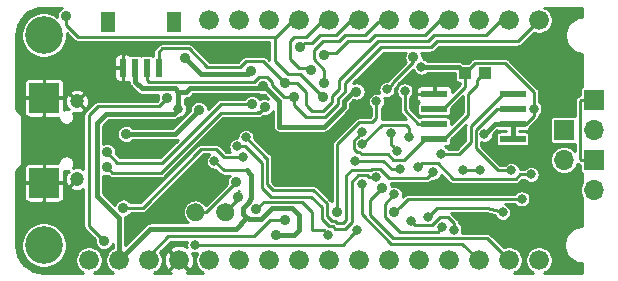
<source format=gbl>
G04 #@! TF.GenerationSoftware,KiCad,Pcbnew,5.0.2-bee76a0~70~ubuntu18.04.1*
G04 #@! TF.CreationDate,2019-01-13T19:20:35-06:00*
G04 #@! TF.ProjectId,Adafruit Feather M0 RFMxx,41646166-7275-4697-9420-466561746865,rev?*
G04 #@! TF.SameCoordinates,Original*
G04 #@! TF.FileFunction,Copper,L2,Bot*
G04 #@! TF.FilePolarity,Positive*
%FSLAX46Y46*%
G04 Gerber Fmt 4.6, Leading zero omitted, Abs format (unit mm)*
G04 Created by KiCad (PCBNEW 5.0.2-bee76a0~70~ubuntu18.04.1) date Sun 13 Jan 2019 07:20:35 PM CST*
%MOMM*%
%LPD*%
G01*
G04 APERTURE LIST*
G04 #@! TA.AperFunction,ComponentPad*
%ADD10C,3.200000*%
G04 #@! TD*
G04 #@! TA.AperFunction,ComponentPad*
%ADD11C,1.200000*%
G04 #@! TD*
G04 #@! TA.AperFunction,ComponentPad*
%ADD12R,2.500000X2.500000*%
G04 #@! TD*
G04 #@! TA.AperFunction,ComponentPad*
%ADD13C,1.676400*%
G04 #@! TD*
G04 #@! TA.AperFunction,Conductor*
%ADD14C,0.100000*%
G04 #@! TD*
G04 #@! TA.AperFunction,SMDPad,CuDef*
%ADD15C,1.500000*%
G04 #@! TD*
G04 #@! TA.AperFunction,SMDPad,CuDef*
%ADD16R,1.100000X1.000000*%
G04 #@! TD*
G04 #@! TA.AperFunction,SMDPad,CuDef*
%ADD17R,2.200000X0.600000*%
G04 #@! TD*
G04 #@! TA.AperFunction,SMDPad,CuDef*
%ADD18R,0.600000X1.550000*%
G04 #@! TD*
G04 #@! TA.AperFunction,SMDPad,CuDef*
%ADD19R,1.200000X1.800000*%
G04 #@! TD*
G04 #@! TA.AperFunction,ComponentPad*
%ADD20O,1.700000X1.700000*%
G04 #@! TD*
G04 #@! TA.AperFunction,ComponentPad*
%ADD21R,1.700000X1.700000*%
G04 #@! TD*
G04 #@! TA.AperFunction,ViaPad*
%ADD22C,0.906400*%
G04 #@! TD*
G04 #@! TA.AperFunction,ViaPad*
%ADD23C,0.800000*%
G04 #@! TD*
G04 #@! TA.AperFunction,Conductor*
%ADD24C,0.250000*%
G04 #@! TD*
G04 #@! TA.AperFunction,Conductor*
%ADD25C,0.406400*%
G04 #@! TD*
G04 #@! TA.AperFunction,Conductor*
%ADD26C,0.254000*%
G04 #@! TD*
G04 APERTURE END LIST*
D10*
G04 #@! TO.P,U$31,P$1*
G04 #@! TO.N,N/C*
X125641100Y-96113600D03*
G04 #@! TD*
G04 #@! TO.P,U$32,P$1*
G04 #@! TO.N,N/C*
X125641100Y-113893600D03*
G04 #@! TD*
D11*
G04 #@! TO.P,X3,SPRT@2*
G04 #@! TO.N,GND*
X128446100Y-108303600D03*
G04 #@! TO.P,X3,SPRT@1*
X128446100Y-101703600D03*
D12*
G04 #@! TO.P,X3,SPRT@3*
X125646100Y-101403600D03*
G04 #@! TO.P,X3,SPRT@4*
X125646100Y-108603600D03*
G04 #@! TD*
D13*
G04 #@! TO.P,JP1,16*
G04 #@! TO.N,/~RESET*
X129451100Y-115163600D03*
G04 #@! TO.P,JP1,15*
G04 #@! TO.N,+3V3*
X131991100Y-115163600D03*
G04 #@! TO.P,JP1,14*
G04 #@! TO.N,/AREF*
X134531100Y-115163600D03*
G04 #@! TO.P,JP1,13*
G04 #@! TO.N,GND*
X137071100Y-115163600D03*
G04 #@! TO.P,JP1,12*
G04 #@! TO.N,/A0*
X139611100Y-115163600D03*
G04 #@! TO.P,JP1,11*
G04 #@! TO.N,/A1*
X142151100Y-115163600D03*
G04 #@! TO.P,JP1,10*
G04 #@! TO.N,/A2*
X144691100Y-115163600D03*
G04 #@! TO.P,JP1,9*
G04 #@! TO.N,/A3*
X147231100Y-115163600D03*
G04 #@! TO.P,JP1,8*
G04 #@! TO.N,/A4*
X149771100Y-115163600D03*
G04 #@! TO.P,JP1,7*
G04 #@! TO.N,/A5*
X152311100Y-115163600D03*
G04 #@! TO.P,JP1,6*
G04 #@! TO.N,/SCK*
X154851100Y-115163600D03*
G04 #@! TO.P,JP1,5*
G04 #@! TO.N,/MOSI*
X157391100Y-115163600D03*
G04 #@! TO.P,JP1,4*
G04 #@! TO.N,/MISO*
X159931100Y-115163600D03*
G04 #@! TO.P,JP1,3*
G04 #@! TO.N,/D0*
X162471100Y-115163600D03*
G04 #@! TO.P,JP1,2*
G04 #@! TO.N,/D1*
X165011100Y-115163600D03*
G04 #@! TO.P,JP1,1*
G04 #@! TO.N,/DIO1*
X167551100Y-115163600D03*
G04 #@! TD*
G04 #@! TO.P,JP3,12*
G04 #@! TO.N,/SDA*
X167551100Y-94843600D03*
G04 #@! TO.P,JP3,11*
G04 #@! TO.N,/SCL*
X165011100Y-94843600D03*
G04 #@! TO.P,JP3,10*
G04 #@! TO.N,/D5*
X162471100Y-94843600D03*
G04 #@! TO.P,JP3,9*
G04 #@! TO.N,/D6*
X159931100Y-94843600D03*
G04 #@! TO.P,JP3,8*
G04 #@! TO.N,/D9*
X157391100Y-94843600D03*
G04 #@! TO.P,JP3,7*
G04 #@! TO.N,/D10*
X154851100Y-94843600D03*
G04 #@! TO.P,JP3,6*
G04 #@! TO.N,/D11*
X152311100Y-94843600D03*
G04 #@! TO.P,JP3,5*
G04 #@! TO.N,/D12*
X149771100Y-94843600D03*
G04 #@! TO.P,JP3,4*
G04 #@! TO.N,/D13*
X147231100Y-94843600D03*
G04 #@! TO.P,JP3,3*
G04 #@! TO.N,VBUS*
X144691100Y-94843600D03*
G04 #@! TO.P,JP3,2*
G04 #@! TO.N,/EN*
X142151100Y-94843600D03*
G04 #@! TO.P,JP3,1*
G04 #@! TO.N,VBAT*
X139611100Y-94843600D03*
G04 #@! TD*
D14*
G04 #@! TO.N,/SWCLK*
G04 #@! TO.C,TP1*
G36*
X138541614Y-110353210D02*
X138614419Y-110364010D01*
X138685815Y-110381894D01*
X138755114Y-110406689D01*
X138821649Y-110438158D01*
X138884779Y-110475997D01*
X138943896Y-110519841D01*
X138998431Y-110569269D01*
X139047859Y-110623804D01*
X139091703Y-110682921D01*
X139129542Y-110746051D01*
X139161011Y-110812586D01*
X139185806Y-110881885D01*
X139203690Y-110953281D01*
X139214490Y-111026086D01*
X139218101Y-111099599D01*
X139218101Y-111099601D01*
X139214490Y-111173114D01*
X139203690Y-111245919D01*
X139185806Y-111317315D01*
X139161011Y-111386614D01*
X139129542Y-111453149D01*
X139091703Y-111516279D01*
X139047859Y-111575396D01*
X138998431Y-111629931D01*
X138943896Y-111679359D01*
X138884779Y-111723203D01*
X138821649Y-111761042D01*
X138755114Y-111792511D01*
X138685815Y-111817306D01*
X138614419Y-111835190D01*
X138541614Y-111845990D01*
X138468101Y-111849601D01*
X138468099Y-111849601D01*
X138394586Y-111845990D01*
X138321781Y-111835190D01*
X138250385Y-111817306D01*
X138181086Y-111792511D01*
X138114551Y-111761042D01*
X138051421Y-111723203D01*
X137992304Y-111679359D01*
X137937769Y-111629931D01*
X137888341Y-111575396D01*
X137844497Y-111516279D01*
X137806658Y-111453149D01*
X137775189Y-111386614D01*
X137750394Y-111317315D01*
X137732510Y-111245919D01*
X137721710Y-111173114D01*
X137718099Y-111099601D01*
X137718099Y-111099599D01*
X137721710Y-111026086D01*
X137732510Y-110953281D01*
X137750394Y-110881885D01*
X137775189Y-110812586D01*
X137806658Y-110746051D01*
X137844497Y-110682921D01*
X137888341Y-110623804D01*
X137937769Y-110569269D01*
X137992304Y-110519841D01*
X138051421Y-110475997D01*
X138114551Y-110438158D01*
X138181086Y-110406689D01*
X138250385Y-110381894D01*
X138321781Y-110364010D01*
X138394586Y-110353210D01*
X138468099Y-110349599D01*
X138468101Y-110349599D01*
X138541614Y-110353210D01*
X138541614Y-110353210D01*
G37*
D15*
G04 #@! TD*
G04 #@! TO.P,TP1,P$1*
G04 #@! TO.N,/SWCLK*
X138468100Y-111099600D03*
D14*
G04 #@! TO.N,/SWDIO*
G04 #@! TO.C,TP2*
G36*
X141081614Y-110353210D02*
X141154419Y-110364010D01*
X141225815Y-110381894D01*
X141295114Y-110406689D01*
X141361649Y-110438158D01*
X141424779Y-110475997D01*
X141483896Y-110519841D01*
X141538431Y-110569269D01*
X141587859Y-110623804D01*
X141631703Y-110682921D01*
X141669542Y-110746051D01*
X141701011Y-110812586D01*
X141725806Y-110881885D01*
X141743690Y-110953281D01*
X141754490Y-111026086D01*
X141758101Y-111099599D01*
X141758101Y-111099601D01*
X141754490Y-111173114D01*
X141743690Y-111245919D01*
X141725806Y-111317315D01*
X141701011Y-111386614D01*
X141669542Y-111453149D01*
X141631703Y-111516279D01*
X141587859Y-111575396D01*
X141538431Y-111629931D01*
X141483896Y-111679359D01*
X141424779Y-111723203D01*
X141361649Y-111761042D01*
X141295114Y-111792511D01*
X141225815Y-111817306D01*
X141154419Y-111835190D01*
X141081614Y-111845990D01*
X141008101Y-111849601D01*
X141008099Y-111849601D01*
X140934586Y-111845990D01*
X140861781Y-111835190D01*
X140790385Y-111817306D01*
X140721086Y-111792511D01*
X140654551Y-111761042D01*
X140591421Y-111723203D01*
X140532304Y-111679359D01*
X140477769Y-111629931D01*
X140428341Y-111575396D01*
X140384497Y-111516279D01*
X140346658Y-111453149D01*
X140315189Y-111386614D01*
X140290394Y-111317315D01*
X140272510Y-111245919D01*
X140261710Y-111173114D01*
X140258099Y-111099601D01*
X140258099Y-111099599D01*
X140261710Y-111026086D01*
X140272510Y-110953281D01*
X140290394Y-110881885D01*
X140315189Y-110812586D01*
X140346658Y-110746051D01*
X140384497Y-110682921D01*
X140428341Y-110623804D01*
X140477769Y-110569269D01*
X140532304Y-110519841D01*
X140591421Y-110475997D01*
X140654551Y-110438158D01*
X140721086Y-110406689D01*
X140790385Y-110381894D01*
X140861781Y-110364010D01*
X140934586Y-110353210D01*
X141008099Y-110349599D01*
X141008101Y-110349599D01*
X141081614Y-110353210D01*
X141081614Y-110353210D01*
G37*
D15*
G04 #@! TD*
G04 #@! TO.P,TP2,P$1*
G04 #@! TO.N,/SWDIO*
X141008100Y-111099600D03*
D16*
G04 #@! TO.P,R4,1*
G04 #@! TO.N,/FLASH_CS*
X162990000Y-99314000D03*
G04 #@! TO.P,R4,2*
G04 #@! TO.N,+3V3*
X161290000Y-99314000D03*
G04 #@! TD*
D17*
G04 #@! TO.P,U1,2*
G04 #@! TO.N,/D2_FLASHMISO*
X158691178Y-103622411D03*
G04 #@! TO.P,U1,7*
G04 #@! TO.N,+3V3*
X165321178Y-103622411D03*
G04 #@! TO.P,U1,1*
G04 #@! TO.N,/FLASH_CS*
X158691178Y-104892411D03*
G04 #@! TO.P,U1,3*
G04 #@! TO.N,+3V3*
X158691178Y-102352411D03*
G04 #@! TO.P,U1,4*
G04 #@! TO.N,GND*
X158691178Y-101082411D03*
G04 #@! TO.P,U1,8*
G04 #@! TO.N,+3V3*
X165321178Y-104892411D03*
G04 #@! TO.P,U1,6*
G04 #@! TO.N,/D3_FLASHSCK*
X165321178Y-102352411D03*
G04 #@! TO.P,U1,5*
G04 #@! TO.N,/D4_FLASHMOSI*
X165321178Y-101082411D03*
G04 #@! TD*
D18*
G04 #@! TO.P,JP7,1*
G04 #@! TO.N,GND*
X132352000Y-98871000D03*
G04 #@! TO.P,JP7,2*
G04 #@! TO.N,+3V3*
X133352000Y-98871000D03*
G04 #@! TO.P,JP7,3*
G04 #@! TO.N,/SDA*
X134352000Y-98871000D03*
G04 #@! TO.P,JP7,4*
G04 #@! TO.N,/SCL*
X135352000Y-98871000D03*
D19*
G04 #@! TO.P,JP7,5*
G04 #@! TO.N,N/C*
X131052000Y-94996000D03*
G04 #@! TO.P,JP7,6*
X136652000Y-94996000D03*
G04 #@! TD*
D20*
G04 #@! TO.P,J32,2*
G04 #@! TO.N,Net-(J32-Pad2)*
X172212000Y-104140000D03*
D21*
G04 #@! TO.P,J32,1*
G04 #@! TO.N,Net-(J32-Pad1)*
X172212000Y-101600000D03*
G04 #@! TD*
G04 #@! TO.P,J33,1*
G04 #@! TO.N,Net-(J32-Pad1)*
X172212000Y-106680000D03*
D20*
G04 #@! TO.P,J33,2*
G04 #@! TO.N,Net-(J32-Pad2)*
X172212000Y-109220000D03*
G04 #@! TD*
G04 #@! TO.P,J31,2*
G04 #@! TO.N,Net-(J31-Pad2)*
X169672000Y-106680000D03*
D21*
G04 #@! TO.P,J31,1*
G04 #@! TO.N,Net-(J31-Pad1)*
X169672000Y-104140000D03*
G04 #@! TD*
D22*
G04 #@! TO.N,GND*
X125514100Y-105003600D03*
X132753100Y-105892600D03*
X136944100Y-110845600D03*
X132372100Y-109194600D03*
X141262100Y-98018600D03*
X145453100Y-106781600D03*
X147231100Y-105003600D03*
X149009100Y-106908600D03*
X131483100Y-100812600D03*
X168402000Y-107823000D03*
X168567100Y-114020600D03*
X166281100Y-112496600D03*
X168783000Y-98298000D03*
X169202100Y-96240600D03*
X163449000Y-105511600D03*
X130683000Y-98806000D03*
D23*
X145478500Y-105029000D03*
D22*
X146469100Y-108441790D03*
D23*
X157607000Y-99949000D03*
D22*
X166485156Y-108868602D03*
X166164171Y-111034109D03*
X161417000Y-97536000D03*
D23*
X168275000Y-101727000D03*
X154178000Y-99568000D03*
D22*
X155817586Y-98330590D03*
X160909000Y-104775000D03*
D23*
X138769112Y-107067074D03*
D22*
G04 #@! TO.N,+3V3*
X145326100Y-113004600D03*
D23*
X140081000Y-106781600D03*
D22*
X144183100Y-100431600D03*
D23*
X137033000Y-102362000D03*
D22*
X152102431Y-100884842D03*
D23*
X167132000Y-102362000D03*
X157607000Y-98806000D03*
X162940994Y-104521000D03*
D22*
G04 #@! TO.N,VBUS*
X132626100Y-104495600D03*
X138761628Y-102463600D03*
D23*
X138430000Y-113858600D03*
X152146000Y-112649000D03*
X158181699Y-111487011D03*
X164480000Y-111125000D03*
D22*
G04 #@! TO.N,VBAT*
X143167100Y-99161600D03*
X137565318Y-98033382D03*
G04 #@! TO.N,/AREF*
X146088100Y-111734600D03*
G04 #@! TO.N,/D13*
X127546100Y-94462600D03*
X149271167Y-101342562D03*
D23*
G04 #@! TO.N,/~RESET*
X142494000Y-106426000D03*
D22*
X132372100Y-110718600D03*
G04 #@! TO.N,/D+*
X130975100Y-107289600D03*
X144333985Y-102215916D03*
G04 #@! TO.N,/D-*
X130975100Y-106019600D03*
X143264347Y-101933037D03*
G04 #@! TO.N,/A5*
X143620310Y-110822634D03*
D23*
X149733000Y-113030000D03*
G04 #@! TO.N,/SCK*
X155321000Y-109601000D03*
X159375461Y-112391562D03*
X155576410Y-105918000D03*
X155034511Y-104415870D03*
G04 #@! TO.N,/MOSI*
X152003738Y-106768845D03*
X155829000Y-107479000D03*
X160358655Y-112574190D03*
X156718000Y-111887000D03*
G04 #@! TO.N,/MISO*
X152607982Y-105355981D03*
X166899282Y-107900235D03*
X157353000Y-107315000D03*
X156591000Y-104775000D03*
G04 #@! TO.N,/D0*
X152540165Y-108713784D03*
D22*
G04 #@! TO.N,/D1*
X154305000Y-109020801D03*
G04 #@! TO.N,/SDA*
X146802734Y-101346000D03*
G04 #@! TO.N,/SCL*
X146050000Y-100187824D03*
G04 #@! TO.N,/D5*
X156932750Y-97996900D03*
D23*
X154686000Y-100711000D03*
D22*
G04 #@! TO.N,/D6*
X149390100Y-97764600D03*
D23*
G04 #@! TO.N,/D9*
X153797000Y-101727000D03*
D22*
X150478791Y-111106037D03*
G04 #@! TO.N,/D10*
X149390100Y-100177600D03*
G04 #@! TO.N,/D11*
X147358100Y-97129600D03*
G04 #@! TO.N,/D12*
X148247100Y-99034600D03*
G04 #@! TO.N,Net-(R2-Pad2)*
X130721100Y-113512600D03*
X136049312Y-101473000D03*
G04 #@! TO.N,/SWDIO*
X142113000Y-109854998D03*
G04 #@! TO.N,/SWCLK*
X141932740Y-108552742D03*
D23*
G04 #@! TO.N,/FLASH_CS*
X152597051Y-104313701D03*
G04 #@! TO.N,/D2_FLASHMISO*
X156210000Y-100838000D03*
G04 #@! TO.N,/D3_FLASHSCK*
X165227000Y-107569000D03*
X166116012Y-109982000D03*
D22*
X155315089Y-111125000D03*
D23*
G04 #@! TO.N,/D4_FLASHMOSI*
X159258000Y-106172000D03*
G04 #@! TO.N,/TXD_RST*
X142748000Y-104775000D03*
X158623000Y-107696000D03*
G04 #@! TO.N,/RXD_IRQ*
X141986000Y-105537000D03*
X153738518Y-108132908D03*
G04 #@! TO.N,Net-(U31-Pad20)*
X161095946Y-107501946D03*
X162560000Y-107569000D03*
G04 #@! TD*
D24*
G04 #@! TO.N,GND*
X132334000Y-98853000D02*
X132352000Y-98871000D01*
X132287000Y-98806000D02*
X132352000Y-98871000D01*
X130683000Y-98806000D02*
X132287000Y-98806000D01*
D25*
G04 #@! TO.N,+3V3*
X131991100Y-115163600D02*
X134658100Y-112496600D01*
X134658100Y-112496600D02*
X141897100Y-112496600D01*
X141897100Y-112496600D02*
X142786100Y-111607600D01*
X142786100Y-111607600D02*
X142786100Y-111480600D01*
D26*
X144310100Y-100431600D02*
X144183100Y-100431600D01*
D25*
X136703098Y-100616599D02*
X133916199Y-100616599D01*
X133352000Y-100052400D02*
X133352000Y-98871000D01*
X133916199Y-100616599D02*
X133352000Y-100052400D01*
X137037915Y-100951416D02*
X136703098Y-100616599D01*
X131991100Y-111575001D02*
X130118699Y-109702600D01*
X130118699Y-109702600D02*
X130118699Y-103561301D01*
X130118699Y-103561301D02*
X130918001Y-102761999D01*
X130918001Y-102761999D02*
X136633001Y-102761999D01*
X136633001Y-102761999D02*
X137033000Y-102362000D01*
X131991100Y-115163600D02*
X131991100Y-111575001D01*
X137033000Y-100956331D02*
X137037915Y-100951416D01*
X137033000Y-102362000D02*
X137033000Y-100956331D01*
X147231100Y-112623600D02*
X146850100Y-113004600D01*
X142984535Y-111679035D02*
X144031383Y-111679035D01*
X144031383Y-111679035D02*
X144944207Y-110766211D01*
X146647711Y-110766211D02*
X147231100Y-111349600D01*
X142786100Y-111480600D02*
X142984535Y-111679035D01*
X144944207Y-110766211D02*
X146647711Y-110766211D01*
X146850100Y-113004600D02*
X145967021Y-113004600D01*
X147231100Y-111349600D02*
X147231100Y-112623600D01*
X145967021Y-113004600D02*
X145326100Y-113004600D01*
X165321178Y-103622411D02*
X165321178Y-104892411D01*
X144310100Y-100431600D02*
X145580100Y-101701600D01*
X145580100Y-103860600D02*
X149357335Y-103860600D01*
X151035599Y-102182336D02*
X151035599Y-101696927D01*
X151035599Y-101696927D02*
X151847684Y-100884842D01*
X151847684Y-100884842D02*
X152102431Y-100884842D01*
X145580100Y-101701600D02*
X145580100Y-103860600D01*
X149357335Y-103860600D02*
X151035599Y-102182336D01*
D24*
X161290000Y-100460962D02*
X161290000Y-99314000D01*
X158691178Y-102352411D02*
X159398551Y-102352411D01*
X159398551Y-102352411D02*
X161290000Y-100460962D01*
D25*
X163814778Y-103622411D02*
X163321994Y-104115195D01*
X165321178Y-103622411D02*
X163814778Y-103622411D01*
D24*
X167132000Y-102927685D02*
X166437274Y-103622411D01*
X166437274Y-103622411D02*
X165321178Y-103622411D01*
X167132000Y-102362000D02*
X167132000Y-102927685D01*
X167132000Y-101796315D02*
X167132000Y-102362000D01*
X167132000Y-100908231D02*
X167132000Y-101796315D01*
X162165001Y-98488999D02*
X164712768Y-98488999D01*
X161340000Y-99314000D02*
X162165001Y-98488999D01*
X164712768Y-98488999D02*
X167132000Y-100908231D01*
X161290000Y-99314000D02*
X161340000Y-99314000D01*
D25*
X161290000Y-99314000D02*
X160782000Y-98806000D01*
X160782000Y-98806000D02*
X158406998Y-98806000D01*
X158406998Y-98806000D02*
X157607000Y-98806000D01*
X163321994Y-104140000D02*
X162940994Y-104521000D01*
X163321994Y-104115195D02*
X163321994Y-104140000D01*
X142524074Y-111218574D02*
X142524074Y-110711402D01*
X142786100Y-111480600D02*
X142524074Y-111218574D01*
X142524074Y-110711402D02*
X142969402Y-110266074D01*
X143167100Y-107927126D02*
X142808974Y-107569000D01*
X142969402Y-110266074D02*
X142969402Y-110139074D01*
X143167100Y-109941376D02*
X143167100Y-107927126D01*
X142969402Y-110139074D02*
X143167100Y-109941376D01*
X144030700Y-100584000D02*
X138046252Y-100584000D01*
X137678836Y-100951416D02*
X137037915Y-100951416D01*
X144183100Y-100431600D02*
X144030700Y-100584000D01*
X138046252Y-100584000D02*
X137678836Y-100951416D01*
D24*
X140868400Y-107569000D02*
X140081000Y-106781600D01*
X142808974Y-107569000D02*
X140868400Y-107569000D01*
D25*
G04 #@! TO.N,VBUS*
X136729628Y-104495600D02*
X138308429Y-102916799D01*
X132626100Y-104495600D02*
X136729628Y-104495600D01*
X138308429Y-102916799D02*
X138761628Y-102463600D01*
D24*
X150936400Y-113858600D02*
X151746001Y-113048999D01*
X138430000Y-113858600D02*
X150936400Y-113858600D01*
X151746001Y-113048999D02*
X152146000Y-112649000D01*
X164480000Y-111125000D02*
X163185817Y-110705594D01*
X163185817Y-110705594D02*
X158963116Y-110705594D01*
X158963116Y-110705594D02*
X158581698Y-111087012D01*
X158581698Y-111087012D02*
X158181699Y-111487011D01*
D25*
G04 #@! TO.N,VBAT*
X143167100Y-99161600D02*
X142887700Y-99441000D01*
X138972936Y-99441000D02*
X137565318Y-98033382D01*
X142887700Y-99441000D02*
X138972936Y-99441000D01*
D26*
G04 #@! TO.N,/AREF*
X134531100Y-114655600D02*
X134531100Y-115163600D01*
X146088100Y-111734600D02*
X144818100Y-111734600D01*
X144818100Y-111734600D02*
X143421100Y-113131600D01*
X143421100Y-113131600D02*
X136182100Y-113131600D01*
X136182100Y-113131600D02*
X134531100Y-114782600D01*
X134531100Y-114782600D02*
X134531100Y-115163600D01*
G04 #@! TO.N,/D13*
X146723100Y-94843600D02*
X147231100Y-94843600D01*
X145199100Y-96520000D02*
X145199100Y-96367600D01*
X127546100Y-95288100D02*
X127546100Y-94462600D01*
X128524000Y-96266000D02*
X127546100Y-95288100D01*
X143776700Y-96266000D02*
X128524000Y-96266000D01*
D24*
X145199100Y-96431100D02*
X145199100Y-96520000D01*
X143776700Y-96266000D02*
X145300700Y-96266000D01*
D26*
X145199100Y-96367600D02*
X145300700Y-96266000D01*
X145300700Y-96266000D02*
X146723100Y-94843600D01*
X146342100Y-99415600D02*
X147344205Y-99415600D01*
X145199100Y-96520000D02*
X145199100Y-98272600D01*
X148817968Y-100889363D02*
X149271167Y-101342562D01*
X147344205Y-99415600D02*
X148817968Y-100889363D01*
X145199100Y-98272600D02*
X146342100Y-99415600D01*
D24*
G04 #@! TO.N,/~RESET*
X140881827Y-106426000D02*
X140208000Y-105752173D01*
X142494000Y-106426000D02*
X140881827Y-106426000D01*
X139243527Y-105752173D02*
X140208000Y-105752173D01*
D26*
X138976827Y-105752173D02*
X134010400Y-110718600D01*
X139243527Y-105752173D02*
X138976827Y-105752173D01*
X134010400Y-110718600D02*
X132372100Y-110718600D01*
D24*
G04 #@! TO.N,/D+*
X143810102Y-102616000D02*
X143863217Y-102669115D01*
D26*
X131428299Y-107742799D02*
X135601901Y-107742799D01*
X130975100Y-107289600D02*
X131428299Y-107742799D01*
X135601901Y-107742799D02*
X140631462Y-102713238D01*
X140631462Y-102713238D02*
X143712864Y-102713238D01*
D24*
X143863217Y-102669115D02*
X143880786Y-102669115D01*
D26*
X143712864Y-102713238D02*
X143810102Y-102616000D01*
D24*
X143880786Y-102669115D02*
X144333985Y-102215916D01*
D26*
G04 #@! TO.N,/D-*
X142623426Y-101933037D02*
X143264347Y-101933037D01*
X140649663Y-101933037D02*
X142623426Y-101933037D01*
X135674100Y-106908600D02*
X140649663Y-101933037D01*
X131864100Y-106908600D02*
X135674100Y-106908600D01*
X130975100Y-106019600D02*
X131864100Y-106908600D01*
G04 #@! TO.N,/A5*
X144073509Y-110369435D02*
X143620310Y-110822634D01*
X147510500Y-110236000D02*
X144206944Y-110236000D01*
X148374100Y-112623600D02*
X148374100Y-111099600D01*
X144206944Y-110236000D02*
X144073509Y-110369435D01*
X148374100Y-111099600D02*
X147510500Y-110236000D01*
D24*
X149333001Y-112630001D02*
X149733000Y-113030000D01*
X148374100Y-112623600D02*
X149326600Y-112623600D01*
X149326600Y-112623600D02*
X149333001Y-112630001D01*
G04 #@! TO.N,/SCK*
X155829912Y-112791561D02*
X158975462Y-112791561D01*
X155321000Y-109601000D02*
X154536888Y-110385112D01*
X154536888Y-110385112D02*
X154536888Y-111498537D01*
X158975462Y-112791561D02*
X159375461Y-112391562D01*
X154536888Y-111498537D02*
X155829912Y-112791561D01*
X155176411Y-105518001D02*
X155576410Y-105918000D01*
X155034511Y-104415870D02*
X155034511Y-105376101D01*
X155034511Y-105376101D02*
X155176411Y-105518001D01*
G04 #@! TO.N,/MOSI*
X154393845Y-106768845D02*
X154395001Y-106770001D01*
X152003738Y-106768845D02*
X154393845Y-106768845D01*
X159198704Y-111542999D02*
X159893149Y-111542999D01*
X157170013Y-112212013D02*
X158529690Y-112212013D01*
X158529690Y-112212013D02*
X159198704Y-111542999D01*
X160358655Y-112008505D02*
X160358655Y-112574190D01*
X159893149Y-111542999D02*
X160358655Y-112008505D01*
X157170013Y-112212013D02*
X157043013Y-112212013D01*
X157043013Y-112212013D02*
X156718000Y-111887000D01*
X155263315Y-107479000D02*
X155829000Y-107479000D01*
X155104000Y-107479000D02*
X155263315Y-107479000D01*
X154393845Y-106768845D02*
X155104000Y-107479000D01*
G04 #@! TO.N,/MISO*
X165968767Y-107900235D02*
X165575001Y-108294001D01*
X166899282Y-107900235D02*
X165968767Y-107900235D01*
X165575001Y-108294001D02*
X160294003Y-108294001D01*
X160294003Y-108294001D02*
X158971001Y-106970999D01*
X158971001Y-106970999D02*
X157697001Y-106970999D01*
X157697001Y-106970999D02*
X157353000Y-107315000D01*
X156591000Y-104013000D02*
X156591000Y-104775000D01*
X156268869Y-103690869D02*
X156591000Y-104013000D01*
X152607982Y-105355981D02*
X154273094Y-103690869D01*
X154273094Y-103690869D02*
X156268869Y-103690869D01*
D26*
G04 #@! TO.N,/D0*
X161079523Y-113772023D02*
X155039955Y-113772023D01*
X162471100Y-115163600D02*
X161079523Y-113772023D01*
X152540165Y-111272233D02*
X152540165Y-109279469D01*
X152540165Y-109279469D02*
X152540165Y-108713784D01*
X155039955Y-113772023D02*
X152540165Y-111272233D01*
G04 #@! TO.N,/D1*
X155228013Y-113318013D02*
X153289000Y-111379000D01*
X153289000Y-111379000D02*
X153289000Y-110036801D01*
X165011100Y-115163600D02*
X163165513Y-113318013D01*
X153851801Y-109474000D02*
X154305000Y-109020801D01*
X163165513Y-113318013D02*
X155228013Y-113318013D01*
X153289000Y-110036801D02*
X153851801Y-109474000D01*
G04 #@! TO.N,/SDA*
X154216100Y-97129600D02*
X151168100Y-100177600D01*
X158915100Y-96621600D02*
X158407100Y-97129600D01*
X158407100Y-97129600D02*
X154216100Y-97129600D01*
X151168100Y-100177600D02*
X151168100Y-100814595D01*
X165773100Y-96621600D02*
X158915100Y-96621600D01*
X151168100Y-100814595D02*
X150505386Y-101477309D01*
X167551100Y-94843600D02*
X165773100Y-96621600D01*
X149434578Y-103033526D02*
X148490260Y-103033526D01*
X150505386Y-101962718D02*
X149434578Y-103033526D01*
X150505386Y-101477309D02*
X150505386Y-101962718D01*
D24*
X148490260Y-103033526D02*
X147864526Y-103033526D01*
X147864526Y-103033526D02*
X146939000Y-102108000D01*
X146802734Y-101986921D02*
X146802734Y-101346000D01*
X146923813Y-102108000D02*
X146802734Y-101986921D01*
X146939000Y-102108000D02*
X146923813Y-102108000D01*
X134352000Y-98871000D02*
X134352000Y-99896000D01*
X145971501Y-101346000D02*
X146161813Y-101346000D01*
X134511789Y-100055789D02*
X143424649Y-100055789D01*
X144556637Y-99653399D02*
X144961301Y-100058063D01*
X144961301Y-100058063D02*
X144961301Y-100335800D01*
X144961301Y-100335800D02*
X145971501Y-101346000D01*
X143827039Y-99653399D02*
X144556637Y-99653399D01*
X143424649Y-100055789D02*
X143827039Y-99653399D01*
X146161813Y-101346000D02*
X146802734Y-101346000D01*
X134352000Y-99896000D02*
X134511789Y-100055789D01*
G04 #@! TO.N,/SCL*
X135352000Y-97566000D02*
X135352000Y-98871000D01*
X135677601Y-97240399D02*
X135352000Y-97566000D01*
X146050000Y-100187824D02*
X144160176Y-98298000D01*
X137924073Y-97240399D02*
X135677601Y-97240399D01*
X144160176Y-98298000D02*
X142748000Y-98298000D01*
X142240000Y-98806000D02*
X139489674Y-98806000D01*
X142748000Y-98298000D02*
X142240000Y-98806000D01*
X139489674Y-98806000D02*
X137924073Y-97240399D01*
D26*
X158153100Y-96621600D02*
X153962100Y-96621600D01*
X165011100Y-94843600D02*
X164376100Y-94843600D01*
X150660100Y-99923600D02*
X150660100Y-100680527D01*
X164376100Y-94843600D02*
X163106100Y-96113600D01*
X150660100Y-100680527D02*
X150051375Y-101289252D01*
X150051375Y-101289252D02*
X150051375Y-101774661D01*
X150051375Y-101774661D02*
X149310230Y-102515806D01*
X146982249Y-100187824D02*
X146050000Y-100187824D01*
X158661100Y-96113600D02*
X158153100Y-96621600D01*
X153962100Y-96621600D02*
X150660100Y-99923600D01*
X163106100Y-96113600D02*
X158661100Y-96113600D01*
D24*
X149310230Y-102515806D02*
X148309194Y-102515806D01*
X148028388Y-102235000D02*
X148028388Y-102181388D01*
X148309194Y-102515806D02*
X148028388Y-102235000D01*
X148028388Y-102181388D02*
X147828000Y-101981000D01*
X147828000Y-101981000D02*
X147828000Y-100965000D01*
X147050824Y-100187824D02*
X146982249Y-100187824D01*
X147828000Y-100965000D02*
X147050824Y-100187824D01*
G04 #@! TO.N,/D5*
X156932750Y-98367164D02*
X156932750Y-97996900D01*
X155085999Y-100213915D02*
X155321000Y-99978914D01*
X155085999Y-100311001D02*
X155085999Y-100213915D01*
X154686000Y-100711000D02*
X155085999Y-100311001D01*
X155212999Y-100086915D02*
X155321000Y-99978914D01*
X155321000Y-99978914D02*
X156932750Y-98367164D01*
D26*
G04 #@! TO.N,/D6*
X159169100Y-94843600D02*
X159931100Y-94843600D01*
X159169100Y-94843600D02*
X157899100Y-96113600D01*
X157899100Y-96113600D02*
X153708100Y-96113600D01*
X153708100Y-96113600D02*
X153200100Y-96621600D01*
X153200100Y-96621600D02*
X151422100Y-96621600D01*
X151422100Y-96621600D02*
X150406100Y-97637600D01*
X150406100Y-97637600D02*
X149517100Y-97637600D01*
X149517100Y-97637600D02*
X149390100Y-97764600D01*
D24*
G04 #@! TO.N,/D9*
X152332750Y-103505000D02*
X152654000Y-103505000D01*
X150478791Y-111106037D02*
X150478791Y-105358959D01*
X150478791Y-105358959D02*
X152332750Y-103505000D01*
X152654000Y-103505000D02*
X153416000Y-103505000D01*
X153797000Y-103124000D02*
X153797000Y-101727000D01*
X153416000Y-103505000D02*
X153797000Y-103124000D01*
D26*
G04 #@! TO.N,/D10*
X149390100Y-100177600D02*
X149390100Y-99034600D01*
X149390100Y-99034600D02*
X148501100Y-98145600D01*
X148501100Y-98145600D02*
X148501100Y-97383600D01*
X148501100Y-97383600D02*
X149263100Y-96621600D01*
X149263100Y-96621600D02*
X150660100Y-96621600D01*
X150660100Y-96621600D02*
X151168100Y-96113600D01*
X151168100Y-96113600D02*
X152819100Y-96113600D01*
X152819100Y-96113600D02*
X153962100Y-94970600D01*
X153962100Y-94970600D02*
X154724100Y-94970600D01*
X154724100Y-94970600D02*
X154851100Y-94843600D01*
G04 #@! TO.N,/D11*
X147358100Y-97129600D02*
X147739100Y-96748600D01*
X147739100Y-96748600D02*
X148374100Y-96748600D01*
X148374100Y-96748600D02*
X149009100Y-96113600D01*
X149009100Y-96113600D02*
X150406100Y-96113600D01*
X150406100Y-96113600D02*
X151676100Y-94843600D01*
X151676100Y-94843600D02*
X152311100Y-94843600D01*
G04 #@! TO.N,/D12*
X149771100Y-94843600D02*
X149263100Y-94843600D01*
X149263100Y-94843600D02*
X147866100Y-96240600D01*
X147866100Y-96240600D02*
X146850100Y-96240600D01*
X146850100Y-96240600D02*
X146469100Y-96621600D01*
X146469100Y-96621600D02*
X146469100Y-98145600D01*
X146469100Y-98145600D02*
X147231100Y-98907600D01*
X147231100Y-98907600D02*
X148120100Y-98907600D01*
X148120100Y-98907600D02*
X148247100Y-99034600D01*
G04 #@! TO.N,Net-(R2-Pad2)*
X130721100Y-113512600D02*
X129451100Y-112242600D01*
D24*
X130213100Y-102108000D02*
X129451100Y-102870000D01*
D26*
X129451100Y-112242600D02*
X129451100Y-102870000D01*
D24*
X135414312Y-102108000D02*
X135596113Y-101926199D01*
X135596113Y-101926199D02*
X136049312Y-101473000D01*
X130302000Y-102108000D02*
X135414312Y-102108000D01*
D26*
G04 #@! TO.N,/SWDIO*
X142151100Y-109321600D02*
X142113000Y-109359700D01*
X142113000Y-109359700D02*
X142113000Y-109854998D01*
X142113000Y-109994700D02*
X142113000Y-109854998D01*
X141008100Y-111099600D02*
X142113000Y-109994700D01*
G04 #@! TO.N,/SWCLK*
X141479541Y-109005941D02*
X141932740Y-108552742D01*
X139385882Y-111099600D02*
X141479541Y-109005941D01*
X138468100Y-111099600D02*
X139385882Y-111099600D01*
D24*
G04 #@! TO.N,/FLASH_CS*
X162941000Y-99314000D02*
X162306000Y-99949000D01*
X159491178Y-104892411D02*
X158691178Y-104892411D01*
X162306000Y-99949000D02*
X162306000Y-100330000D01*
X162990000Y-99314000D02*
X162941000Y-99314000D01*
X162306000Y-100330000D02*
X161544000Y-101092000D01*
X161544000Y-101092000D02*
X161544000Y-102839589D01*
X161544000Y-102839589D02*
X159491178Y-104892411D01*
X151882981Y-105781981D02*
X151882981Y-105027771D01*
X152197052Y-104713700D02*
X152597051Y-104313701D01*
X152351739Y-106043844D02*
X152144844Y-106043844D01*
X152144844Y-106043844D02*
X151882981Y-105781981D01*
X151882981Y-105027771D02*
X152197052Y-104713700D01*
X152479895Y-106172000D02*
X152582813Y-106159182D01*
X152582813Y-106159182D02*
X152351739Y-106043844D01*
X156140588Y-106643001D02*
X155228409Y-106643001D01*
X154744590Y-106159182D02*
X152582813Y-106159182D01*
X155228409Y-106643001D02*
X154744590Y-106159182D01*
X158691178Y-104892411D02*
X157891178Y-104892411D01*
X157891178Y-104892411D02*
X156140588Y-106643001D01*
G04 #@! TO.N,/D2_FLASHMISO*
X157891178Y-103622411D02*
X158691178Y-103622411D01*
X156210000Y-101403685D02*
X156210000Y-100838000D01*
X156210000Y-102491233D02*
X156210000Y-101403685D01*
X157341178Y-103622411D02*
X156210000Y-102491233D01*
X158691178Y-103622411D02*
X157341178Y-103622411D01*
G04 #@! TO.N,/D3_FLASHSCK*
X166116012Y-109982000D02*
X156458089Y-109982000D01*
X155768288Y-110671801D02*
X155315089Y-111125000D01*
X156458089Y-109982000D02*
X155768288Y-110671801D01*
X162215993Y-105700993D02*
X162215993Y-104107596D01*
X165227000Y-107569000D02*
X164084000Y-107569000D01*
X164084000Y-107569000D02*
X162215993Y-105700993D01*
X163971178Y-102352411D02*
X165321178Y-102352411D01*
X162215993Y-104107596D02*
X163971178Y-102352411D01*
G04 #@! TO.N,/D4_FLASHMOSI*
X159823685Y-106172000D02*
X159258000Y-106172000D01*
X161765988Y-105188012D02*
X160782000Y-106172000D01*
X160782000Y-106172000D02*
X159823685Y-106172000D01*
X165321178Y-101082411D02*
X164521178Y-101082411D01*
X161765988Y-103837601D02*
X161765988Y-105188012D01*
X164521178Y-101082411D02*
X161765988Y-103837601D01*
G04 #@! TO.N,/TXD_RST*
X142748000Y-104775000D02*
X142807095Y-104775000D01*
X144466904Y-106493904D02*
X142748000Y-104775000D01*
X144525999Y-108711999D02*
X144525999Y-106493904D01*
X145034000Y-109220000D02*
X144525999Y-108711999D01*
X153304578Y-107493846D02*
X151713154Y-107493846D01*
X144525999Y-106493904D02*
X144466904Y-106493904D01*
X154882612Y-108204000D02*
X154086519Y-107407907D01*
X151713154Y-107493846D02*
X151257000Y-107950000D01*
X158115000Y-108204000D02*
X154882612Y-108204000D01*
X151257000Y-107950000D02*
X151256999Y-111760001D01*
X151256999Y-111760001D02*
X151003000Y-112014000D01*
X158623000Y-107696000D02*
X158115000Y-108204000D01*
X150426415Y-112014000D02*
X150267402Y-111854987D01*
X148463000Y-109220000D02*
X145034000Y-109220000D01*
X151003000Y-112014000D02*
X150426415Y-112014000D01*
X149606001Y-111451239D02*
X149606000Y-110363000D01*
X154086519Y-107407907D02*
X153390517Y-107407907D01*
X150267402Y-111854987D02*
X150009749Y-111854987D01*
X153390517Y-107407907D02*
X153304578Y-107493846D01*
X150009749Y-111854987D02*
X149606001Y-111451239D01*
X149606000Y-110363000D02*
X148463000Y-109220000D01*
G04 #@! TO.N,/RXD_IRQ*
X142076001Y-105627001D02*
X141986000Y-105537000D01*
X142678002Y-105537000D02*
X141986000Y-105537000D01*
X143821307Y-106680305D02*
X142678002Y-105537000D01*
X151707010Y-108515990D02*
X151707010Y-111946400D01*
X153738518Y-108132908D02*
X153172833Y-108132908D01*
X152234217Y-107988783D02*
X151707010Y-108515990D01*
X153028708Y-107988783D02*
X152234217Y-107988783D01*
X150298004Y-112522000D02*
X150081002Y-112304998D01*
X151707010Y-111946400D02*
X151131410Y-112522000D01*
X150081002Y-112304998D02*
X149769998Y-112304998D01*
X153172833Y-108132908D02*
X153028708Y-107988783D01*
X149769998Y-112304998D02*
X149155990Y-111690990D01*
X149155990Y-111690990D02*
X149155990Y-110674990D01*
X149155990Y-110674990D02*
X148264990Y-109783990D01*
X148264990Y-109783990D02*
X144835990Y-109783990D01*
X144835990Y-109783990D02*
X144075990Y-109023990D01*
X151131410Y-112522000D02*
X150298004Y-112522000D01*
X144075990Y-109023990D02*
X144075990Y-106934000D01*
X143822295Y-106680305D02*
X143821307Y-106680305D01*
X144075990Y-106934000D02*
X143822295Y-106680305D01*
G04 #@! TO.N,Net-(U31-Pad20)*
X161661631Y-107501946D02*
X161728685Y-107569000D01*
X161095946Y-107501946D02*
X161661631Y-107501946D01*
X161728685Y-107569000D02*
X162560000Y-107569000D01*
G04 #@! TO.N,Net-(J32-Pad1)*
X171036999Y-101675001D02*
X171112000Y-101600000D01*
X171036999Y-106604999D02*
X171036999Y-101675001D01*
X171112000Y-106680000D02*
X171036999Y-106604999D01*
X171112000Y-101600000D02*
X172212000Y-101600000D01*
X172212000Y-106680000D02*
X171112000Y-106680000D01*
G04 #@! TD*
D26*
G04 #@! TO.N,GND*
G36*
X137730938Y-113646542D02*
X137703000Y-113786997D01*
X137703000Y-113930203D01*
X137730938Y-114070658D01*
X137735141Y-114080805D01*
X137582229Y-113995163D01*
X137344457Y-113917898D01*
X137096180Y-113888504D01*
X136846939Y-113908112D01*
X136606312Y-113975968D01*
X136383548Y-114089464D01*
X136341842Y-114117331D01*
X136263356Y-114320500D01*
X137071100Y-115128245D01*
X137085242Y-115114102D01*
X137120598Y-115149458D01*
X137106455Y-115163600D01*
X137914200Y-115971344D01*
X138117369Y-115892858D01*
X138239537Y-115674729D01*
X138316802Y-115436957D01*
X138346196Y-115188680D01*
X138326588Y-114939439D01*
X138258732Y-114698812D01*
X138178492Y-114541321D01*
X138217942Y-114557662D01*
X138358397Y-114585600D01*
X138501603Y-114585600D01*
X138610392Y-114563961D01*
X138578513Y-114611671D01*
X138490678Y-114823724D01*
X138445900Y-115048838D01*
X138445900Y-115278362D01*
X138490678Y-115503476D01*
X138578513Y-115715529D01*
X138706030Y-115906372D01*
X138868328Y-116068670D01*
X139059171Y-116196187D01*
X139144663Y-116231599D01*
X137767837Y-116231599D01*
X137800358Y-116209869D01*
X137878844Y-116006700D01*
X137071100Y-115198955D01*
X136263356Y-116006700D01*
X136341842Y-116209869D01*
X136380641Y-116231599D01*
X134997537Y-116231599D01*
X135083029Y-116196187D01*
X135273872Y-116068670D01*
X135436170Y-115906372D01*
X135563687Y-115715529D01*
X135651522Y-115503476D01*
X135696300Y-115278362D01*
X135696300Y-115138520D01*
X135796004Y-115138520D01*
X135815612Y-115387761D01*
X135883468Y-115628388D01*
X135996964Y-115851152D01*
X136024831Y-115892858D01*
X136228000Y-115971344D01*
X137035745Y-115163600D01*
X136228000Y-114355856D01*
X136024831Y-114434342D01*
X135902663Y-114652471D01*
X135825398Y-114890243D01*
X135796004Y-115138520D01*
X135696300Y-115138520D01*
X135696300Y-115048838D01*
X135651522Y-114823724D01*
X135563687Y-114611671D01*
X135475725Y-114480027D01*
X136370153Y-113585600D01*
X137756181Y-113585600D01*
X137730938Y-113646542D01*
X137730938Y-113646542D01*
G37*
X137730938Y-113646542D02*
X137703000Y-113786997D01*
X137703000Y-113930203D01*
X137730938Y-114070658D01*
X137735141Y-114080805D01*
X137582229Y-113995163D01*
X137344457Y-113917898D01*
X137096180Y-113888504D01*
X136846939Y-113908112D01*
X136606312Y-113975968D01*
X136383548Y-114089464D01*
X136341842Y-114117331D01*
X136263356Y-114320500D01*
X137071100Y-115128245D01*
X137085242Y-115114102D01*
X137120598Y-115149458D01*
X137106455Y-115163600D01*
X137914200Y-115971344D01*
X138117369Y-115892858D01*
X138239537Y-115674729D01*
X138316802Y-115436957D01*
X138346196Y-115188680D01*
X138326588Y-114939439D01*
X138258732Y-114698812D01*
X138178492Y-114541321D01*
X138217942Y-114557662D01*
X138358397Y-114585600D01*
X138501603Y-114585600D01*
X138610392Y-114563961D01*
X138578513Y-114611671D01*
X138490678Y-114823724D01*
X138445900Y-115048838D01*
X138445900Y-115278362D01*
X138490678Y-115503476D01*
X138578513Y-115715529D01*
X138706030Y-115906372D01*
X138868328Y-116068670D01*
X139059171Y-116196187D01*
X139144663Y-116231599D01*
X137767837Y-116231599D01*
X137800358Y-116209869D01*
X137878844Y-116006700D01*
X137071100Y-115198955D01*
X136263356Y-116006700D01*
X136341842Y-116209869D01*
X136380641Y-116231599D01*
X134997537Y-116231599D01*
X135083029Y-116196187D01*
X135273872Y-116068670D01*
X135436170Y-115906372D01*
X135563687Y-115715529D01*
X135651522Y-115503476D01*
X135696300Y-115278362D01*
X135696300Y-115138520D01*
X135796004Y-115138520D01*
X135815612Y-115387761D01*
X135883468Y-115628388D01*
X135996964Y-115851152D01*
X136024831Y-115892858D01*
X136228000Y-115971344D01*
X137035745Y-115163600D01*
X136228000Y-114355856D01*
X136024831Y-114434342D01*
X135902663Y-114652471D01*
X135825398Y-114890243D01*
X135796004Y-115138520D01*
X135696300Y-115138520D01*
X135696300Y-115048838D01*
X135651522Y-114823724D01*
X135563687Y-114611671D01*
X135475725Y-114480027D01*
X136370153Y-113585600D01*
X137756181Y-113585600D01*
X137730938Y-113646542D01*
G36*
X171234100Y-94536600D02*
X171205779Y-94536600D01*
X170901106Y-94597204D01*
X170614111Y-94716081D01*
X170355821Y-94888664D01*
X170136164Y-95108321D01*
X169963581Y-95366611D01*
X169844704Y-95653606D01*
X169784100Y-95958279D01*
X169784100Y-96268921D01*
X169844704Y-96573594D01*
X169963581Y-96860589D01*
X170136164Y-97118879D01*
X170355821Y-97338536D01*
X170614111Y-97511119D01*
X170901106Y-97629996D01*
X171205779Y-97690600D01*
X171234100Y-97690600D01*
X171234100Y-100447583D01*
X171179450Y-100476794D01*
X171129657Y-100517657D01*
X171088794Y-100567450D01*
X171058430Y-100624257D01*
X171039732Y-100685897D01*
X171033418Y-100750000D01*
X171033418Y-101153553D01*
X171023393Y-101154540D01*
X170938190Y-101180386D01*
X170859667Y-101222357D01*
X170790841Y-101278841D01*
X170776680Y-101296097D01*
X170733093Y-101339683D01*
X170715841Y-101353842D01*
X170664925Y-101415883D01*
X170659357Y-101422668D01*
X170617385Y-101501192D01*
X170591539Y-101586394D01*
X170582812Y-101675001D01*
X170585000Y-101697216D01*
X170585000Y-102967623D01*
X170522000Y-102961418D01*
X168822000Y-102961418D01*
X168757897Y-102967732D01*
X168696257Y-102986430D01*
X168639450Y-103016794D01*
X168589657Y-103057657D01*
X168548794Y-103107450D01*
X168518430Y-103164257D01*
X168499732Y-103225897D01*
X168493418Y-103290000D01*
X168493418Y-104990000D01*
X168499732Y-105054103D01*
X168518430Y-105115743D01*
X168548794Y-105172550D01*
X168589657Y-105222343D01*
X168639450Y-105263206D01*
X168696257Y-105293570D01*
X168757897Y-105312268D01*
X168822000Y-105318582D01*
X170522000Y-105318582D01*
X170584999Y-105312377D01*
X170584999Y-105937178D01*
X170508291Y-105843709D01*
X170329070Y-105696626D01*
X170124597Y-105587333D01*
X169902732Y-105520031D01*
X169729812Y-105503000D01*
X169614188Y-105503000D01*
X169441268Y-105520031D01*
X169219403Y-105587333D01*
X169014930Y-105696626D01*
X168835709Y-105843709D01*
X168688626Y-106022930D01*
X168579333Y-106227403D01*
X168512031Y-106449268D01*
X168489306Y-106680000D01*
X168512031Y-106910732D01*
X168579333Y-107132597D01*
X168688626Y-107337070D01*
X168835709Y-107516291D01*
X169014930Y-107663374D01*
X169219403Y-107772667D01*
X169441268Y-107839969D01*
X169614188Y-107857000D01*
X169729812Y-107857000D01*
X169902732Y-107839969D01*
X170124597Y-107772667D01*
X170329070Y-107663374D01*
X170508291Y-107516291D01*
X170655374Y-107337070D01*
X170764667Y-107132597D01*
X170801808Y-107010159D01*
X170859667Y-107057643D01*
X170938190Y-107099614D01*
X171023393Y-107125460D01*
X171033418Y-107126447D01*
X171033418Y-107530000D01*
X171039732Y-107594103D01*
X171058430Y-107655743D01*
X171088794Y-107712550D01*
X171129657Y-107762343D01*
X171179450Y-107803206D01*
X171234100Y-107832417D01*
X171234100Y-108556260D01*
X171228626Y-108562930D01*
X171119333Y-108767403D01*
X171052031Y-108989268D01*
X171029306Y-109220000D01*
X171052031Y-109450732D01*
X171119333Y-109672597D01*
X171228626Y-109877070D01*
X171234100Y-109883740D01*
X171234100Y-112291200D01*
X171116879Y-112291200D01*
X170812206Y-112351804D01*
X170525211Y-112470681D01*
X170266921Y-112643264D01*
X170047264Y-112862921D01*
X169874681Y-113121211D01*
X169755804Y-113408206D01*
X169695200Y-113712879D01*
X169695200Y-114023521D01*
X169755804Y-114328194D01*
X169874681Y-114615189D01*
X170047264Y-114873479D01*
X170266921Y-115093136D01*
X170525211Y-115265719D01*
X170812206Y-115384596D01*
X171116879Y-115445200D01*
X171234100Y-115445200D01*
X171234100Y-116231599D01*
X168017537Y-116231599D01*
X168103029Y-116196187D01*
X168293872Y-116068670D01*
X168456170Y-115906372D01*
X168583687Y-115715529D01*
X168671522Y-115503476D01*
X168716300Y-115278362D01*
X168716300Y-115048838D01*
X168671522Y-114823724D01*
X168583687Y-114611671D01*
X168456170Y-114420828D01*
X168293872Y-114258530D01*
X168103029Y-114131013D01*
X167890976Y-114043178D01*
X167665862Y-113998400D01*
X167436338Y-113998400D01*
X167211224Y-114043178D01*
X166999171Y-114131013D01*
X166808328Y-114258530D01*
X166646030Y-114420828D01*
X166518513Y-114611671D01*
X166430678Y-114823724D01*
X166385900Y-115048838D01*
X166385900Y-115278362D01*
X166430678Y-115503476D01*
X166518513Y-115715529D01*
X166646030Y-115906372D01*
X166808328Y-116068670D01*
X166999171Y-116196187D01*
X167084663Y-116231599D01*
X165477537Y-116231599D01*
X165563029Y-116196187D01*
X165753872Y-116068670D01*
X165916170Y-115906372D01*
X166043687Y-115715529D01*
X166131522Y-115503476D01*
X166176300Y-115278362D01*
X166176300Y-115048838D01*
X166131522Y-114823724D01*
X166043687Y-114611671D01*
X165916170Y-114420828D01*
X165753872Y-114258530D01*
X165563029Y-114131013D01*
X165350976Y-114043178D01*
X165125862Y-113998400D01*
X164896338Y-113998400D01*
X164671224Y-114043178D01*
X164573294Y-114083742D01*
X163502307Y-113012755D01*
X163488092Y-112995434D01*
X163418962Y-112938700D01*
X163340092Y-112896543D01*
X163254512Y-112870583D01*
X163187808Y-112864013D01*
X163187801Y-112864013D01*
X163165513Y-112861818D01*
X163143225Y-112864013D01*
X161025506Y-112864013D01*
X161057717Y-112786248D01*
X161085655Y-112645793D01*
X161085655Y-112502587D01*
X161057717Y-112362132D01*
X161002914Y-112229826D01*
X160923353Y-112110754D01*
X160822091Y-112009492D01*
X160812295Y-112002946D01*
X160804115Y-111919897D01*
X160778269Y-111834695D01*
X160761032Y-111802447D01*
X160736298Y-111756172D01*
X160679814Y-111687346D01*
X160662561Y-111673187D01*
X160228472Y-111239099D01*
X160214308Y-111221840D01*
X160145482Y-111165356D01*
X160130960Y-111157594D01*
X163114407Y-111157594D01*
X163798420Y-111379262D01*
X163835741Y-111469364D01*
X163915302Y-111588436D01*
X164016564Y-111689698D01*
X164135636Y-111769259D01*
X164267942Y-111824062D01*
X164408397Y-111852000D01*
X164551603Y-111852000D01*
X164692058Y-111824062D01*
X164824364Y-111769259D01*
X164943436Y-111689698D01*
X165044698Y-111588436D01*
X165124259Y-111469364D01*
X165179062Y-111337058D01*
X165207000Y-111196603D01*
X165207000Y-111053397D01*
X165179062Y-110912942D01*
X165124259Y-110780636D01*
X165044698Y-110661564D01*
X164943436Y-110560302D01*
X164824364Y-110480741D01*
X164711521Y-110434000D01*
X165543673Y-110434000D01*
X165551314Y-110445436D01*
X165652576Y-110546698D01*
X165771648Y-110626259D01*
X165903954Y-110681062D01*
X166044409Y-110709000D01*
X166187615Y-110709000D01*
X166328070Y-110681062D01*
X166460376Y-110626259D01*
X166579448Y-110546698D01*
X166680710Y-110445436D01*
X166760271Y-110326364D01*
X166815074Y-110194058D01*
X166843012Y-110053603D01*
X166843012Y-109910397D01*
X166815074Y-109769942D01*
X166760271Y-109637636D01*
X166680710Y-109518564D01*
X166579448Y-109417302D01*
X166460376Y-109337741D01*
X166328070Y-109282938D01*
X166187615Y-109255000D01*
X166044409Y-109255000D01*
X165903954Y-109282938D01*
X165771648Y-109337741D01*
X165652576Y-109417302D01*
X165551314Y-109518564D01*
X165543673Y-109530000D01*
X156480294Y-109530000D01*
X156458089Y-109527813D01*
X156369481Y-109536540D01*
X156284279Y-109562386D01*
X156205756Y-109604357D01*
X156136930Y-109660841D01*
X156122770Y-109678095D01*
X156028071Y-109772794D01*
X156048000Y-109672603D01*
X156048000Y-109529397D01*
X156020062Y-109388942D01*
X155965259Y-109256636D01*
X155885698Y-109137564D01*
X155784436Y-109036302D01*
X155665364Y-108956741D01*
X155533058Y-108901938D01*
X155392603Y-108874000D01*
X155249397Y-108874000D01*
X155108942Y-108901938D01*
X155079285Y-108914222D01*
X155055217Y-108793225D01*
X154998376Y-108656000D01*
X158092795Y-108656000D01*
X158115000Y-108658187D01*
X158137205Y-108656000D01*
X158203607Y-108649460D01*
X158288810Y-108623614D01*
X158367333Y-108581643D01*
X158436159Y-108525159D01*
X158450323Y-108507900D01*
X158537907Y-108420317D01*
X158551397Y-108423000D01*
X158694603Y-108423000D01*
X158835058Y-108395062D01*
X158967364Y-108340259D01*
X159086436Y-108260698D01*
X159187698Y-108159436D01*
X159267259Y-108040364D01*
X159306472Y-107945694D01*
X159958688Y-108597911D01*
X159972844Y-108615160D01*
X160041670Y-108671644D01*
X160120193Y-108713615D01*
X160179060Y-108731472D01*
X160205395Y-108739461D01*
X160294002Y-108748188D01*
X160316207Y-108746001D01*
X165552796Y-108746001D01*
X165575001Y-108748188D01*
X165597206Y-108746001D01*
X165663608Y-108739461D01*
X165748811Y-108713615D01*
X165827334Y-108671644D01*
X165896160Y-108615160D01*
X165910324Y-108597901D01*
X166155991Y-108352235D01*
X166326943Y-108352235D01*
X166334584Y-108363671D01*
X166435846Y-108464933D01*
X166554918Y-108544494D01*
X166687224Y-108599297D01*
X166827679Y-108627235D01*
X166970885Y-108627235D01*
X167111340Y-108599297D01*
X167243646Y-108544494D01*
X167362718Y-108464933D01*
X167463980Y-108363671D01*
X167543541Y-108244599D01*
X167598344Y-108112293D01*
X167626282Y-107971838D01*
X167626282Y-107828632D01*
X167598344Y-107688177D01*
X167543541Y-107555871D01*
X167463980Y-107436799D01*
X167362718Y-107335537D01*
X167243646Y-107255976D01*
X167111340Y-107201173D01*
X166970885Y-107173235D01*
X166827679Y-107173235D01*
X166687224Y-107201173D01*
X166554918Y-107255976D01*
X166435846Y-107335537D01*
X166334584Y-107436799D01*
X166326943Y-107448235D01*
X165990971Y-107448235D01*
X165968766Y-107446048D01*
X165944266Y-107448461D01*
X165926062Y-107356942D01*
X165871259Y-107224636D01*
X165791698Y-107105564D01*
X165690436Y-107004302D01*
X165571364Y-106924741D01*
X165439058Y-106869938D01*
X165298603Y-106842000D01*
X165155397Y-106842000D01*
X165014942Y-106869938D01*
X164882636Y-106924741D01*
X164763564Y-107004302D01*
X164662302Y-107105564D01*
X164654661Y-107117000D01*
X164271224Y-107117000D01*
X162667993Y-105513770D01*
X162667993Y-105194819D01*
X162728936Y-105220062D01*
X162869391Y-105248000D01*
X163012597Y-105248000D01*
X163153052Y-105220062D01*
X163285358Y-105165259D01*
X163404430Y-105085698D01*
X163505692Y-104984436D01*
X163585253Y-104865364D01*
X163640056Y-104733058D01*
X163667994Y-104592603D01*
X163667994Y-104543816D01*
X163678485Y-104533325D01*
X163698716Y-104516722D01*
X163764972Y-104435988D01*
X163780997Y-104406007D01*
X164012681Y-104174324D01*
X164038628Y-104195617D01*
X164095435Y-104225981D01*
X164157075Y-104244679D01*
X164221178Y-104250993D01*
X164790978Y-104250993D01*
X164790979Y-104263829D01*
X164221178Y-104263829D01*
X164157075Y-104270143D01*
X164095435Y-104288841D01*
X164038628Y-104319205D01*
X163988835Y-104360068D01*
X163947972Y-104409861D01*
X163917608Y-104466668D01*
X163898910Y-104528308D01*
X163892596Y-104592411D01*
X163892596Y-105192411D01*
X163898910Y-105256514D01*
X163917608Y-105318154D01*
X163947972Y-105374961D01*
X163988835Y-105424754D01*
X164038628Y-105465617D01*
X164095435Y-105495981D01*
X164157075Y-105514679D01*
X164221178Y-105520993D01*
X166421178Y-105520993D01*
X166485281Y-105514679D01*
X166546921Y-105495981D01*
X166603728Y-105465617D01*
X166653521Y-105424754D01*
X166694384Y-105374961D01*
X166724748Y-105318154D01*
X166743446Y-105256514D01*
X166749760Y-105192411D01*
X166749760Y-104592411D01*
X166743446Y-104528308D01*
X166724748Y-104466668D01*
X166694384Y-104409861D01*
X166653521Y-104360068D01*
X166603728Y-104319205D01*
X166546921Y-104288841D01*
X166485281Y-104270143D01*
X166421178Y-104263829D01*
X165851378Y-104263829D01*
X165851378Y-104250993D01*
X166421178Y-104250993D01*
X166485281Y-104244679D01*
X166546921Y-104225981D01*
X166603728Y-104195617D01*
X166653521Y-104154754D01*
X166694384Y-104104961D01*
X166724748Y-104048154D01*
X166743446Y-103986514D01*
X166746730Y-103953175D01*
X166758433Y-103943570D01*
X166772597Y-103926311D01*
X167435905Y-103263004D01*
X167453159Y-103248844D01*
X167509643Y-103180018D01*
X167551614Y-103101495D01*
X167567226Y-103050029D01*
X167577460Y-103016293D01*
X167585640Y-102933244D01*
X167595436Y-102926698D01*
X167696698Y-102825436D01*
X167776259Y-102706364D01*
X167831062Y-102574058D01*
X167859000Y-102433603D01*
X167859000Y-102290397D01*
X167831062Y-102149942D01*
X167776259Y-102017636D01*
X167696698Y-101898564D01*
X167595436Y-101797302D01*
X167584000Y-101789661D01*
X167584000Y-100930436D01*
X167586187Y-100908231D01*
X167577460Y-100819623D01*
X167551614Y-100734421D01*
X167544192Y-100720536D01*
X167509643Y-100655898D01*
X167453159Y-100587072D01*
X167435906Y-100572913D01*
X165048091Y-98185099D01*
X165033927Y-98167840D01*
X164965101Y-98111356D01*
X164886578Y-98069385D01*
X164801375Y-98043539D01*
X164734973Y-98036999D01*
X164712768Y-98034812D01*
X164690563Y-98036999D01*
X162187206Y-98036999D01*
X162165001Y-98034812D01*
X162076393Y-98043539D01*
X162033334Y-98056601D01*
X161991191Y-98069385D01*
X161912668Y-98111356D01*
X161843842Y-98167840D01*
X161829682Y-98185094D01*
X161529358Y-98485418D01*
X161211233Y-98485418D01*
X161175329Y-98449514D01*
X161158722Y-98429278D01*
X161077988Y-98363022D01*
X160985880Y-98313789D01*
X160885937Y-98283472D01*
X160808043Y-98275800D01*
X160808040Y-98275800D01*
X160782000Y-98273235D01*
X160755960Y-98275800D01*
X158104934Y-98275800D01*
X158070436Y-98241302D01*
X157951364Y-98161741D01*
X157819058Y-98106938D01*
X157710637Y-98085372D01*
X157712950Y-98073743D01*
X157712950Y-97920057D01*
X157682967Y-97769324D01*
X157624154Y-97627337D01*
X157594930Y-97583600D01*
X158384812Y-97583600D01*
X158407100Y-97585795D01*
X158429388Y-97583600D01*
X158429395Y-97583600D01*
X158496099Y-97577030D01*
X158581679Y-97551070D01*
X158660549Y-97508913D01*
X158729679Y-97452179D01*
X158743894Y-97434858D01*
X159103153Y-97075600D01*
X165750812Y-97075600D01*
X165773100Y-97077795D01*
X165795388Y-97075600D01*
X165795395Y-97075600D01*
X165862099Y-97069030D01*
X165947679Y-97043070D01*
X166026549Y-97000913D01*
X166095679Y-96944179D01*
X166109894Y-96926858D01*
X167113294Y-95923458D01*
X167211224Y-95964022D01*
X167436338Y-96008800D01*
X167665862Y-96008800D01*
X167890976Y-95964022D01*
X168103029Y-95876187D01*
X168293872Y-95748670D01*
X168456170Y-95586372D01*
X168583687Y-95395529D01*
X168671522Y-95183476D01*
X168716300Y-94958362D01*
X168716300Y-94728838D01*
X168671522Y-94503724D01*
X168583687Y-94291671D01*
X168456170Y-94100828D01*
X168293872Y-93938530D01*
X168103029Y-93811013D01*
X168017537Y-93775601D01*
X171234100Y-93775601D01*
X171234100Y-94536600D01*
X171234100Y-94536600D01*
G37*
X171234100Y-94536600D02*
X171205779Y-94536600D01*
X170901106Y-94597204D01*
X170614111Y-94716081D01*
X170355821Y-94888664D01*
X170136164Y-95108321D01*
X169963581Y-95366611D01*
X169844704Y-95653606D01*
X169784100Y-95958279D01*
X169784100Y-96268921D01*
X169844704Y-96573594D01*
X169963581Y-96860589D01*
X170136164Y-97118879D01*
X170355821Y-97338536D01*
X170614111Y-97511119D01*
X170901106Y-97629996D01*
X171205779Y-97690600D01*
X171234100Y-97690600D01*
X171234100Y-100447583D01*
X171179450Y-100476794D01*
X171129657Y-100517657D01*
X171088794Y-100567450D01*
X171058430Y-100624257D01*
X171039732Y-100685897D01*
X171033418Y-100750000D01*
X171033418Y-101153553D01*
X171023393Y-101154540D01*
X170938190Y-101180386D01*
X170859667Y-101222357D01*
X170790841Y-101278841D01*
X170776680Y-101296097D01*
X170733093Y-101339683D01*
X170715841Y-101353842D01*
X170664925Y-101415883D01*
X170659357Y-101422668D01*
X170617385Y-101501192D01*
X170591539Y-101586394D01*
X170582812Y-101675001D01*
X170585000Y-101697216D01*
X170585000Y-102967623D01*
X170522000Y-102961418D01*
X168822000Y-102961418D01*
X168757897Y-102967732D01*
X168696257Y-102986430D01*
X168639450Y-103016794D01*
X168589657Y-103057657D01*
X168548794Y-103107450D01*
X168518430Y-103164257D01*
X168499732Y-103225897D01*
X168493418Y-103290000D01*
X168493418Y-104990000D01*
X168499732Y-105054103D01*
X168518430Y-105115743D01*
X168548794Y-105172550D01*
X168589657Y-105222343D01*
X168639450Y-105263206D01*
X168696257Y-105293570D01*
X168757897Y-105312268D01*
X168822000Y-105318582D01*
X170522000Y-105318582D01*
X170584999Y-105312377D01*
X170584999Y-105937178D01*
X170508291Y-105843709D01*
X170329070Y-105696626D01*
X170124597Y-105587333D01*
X169902732Y-105520031D01*
X169729812Y-105503000D01*
X169614188Y-105503000D01*
X169441268Y-105520031D01*
X169219403Y-105587333D01*
X169014930Y-105696626D01*
X168835709Y-105843709D01*
X168688626Y-106022930D01*
X168579333Y-106227403D01*
X168512031Y-106449268D01*
X168489306Y-106680000D01*
X168512031Y-106910732D01*
X168579333Y-107132597D01*
X168688626Y-107337070D01*
X168835709Y-107516291D01*
X169014930Y-107663374D01*
X169219403Y-107772667D01*
X169441268Y-107839969D01*
X169614188Y-107857000D01*
X169729812Y-107857000D01*
X169902732Y-107839969D01*
X170124597Y-107772667D01*
X170329070Y-107663374D01*
X170508291Y-107516291D01*
X170655374Y-107337070D01*
X170764667Y-107132597D01*
X170801808Y-107010159D01*
X170859667Y-107057643D01*
X170938190Y-107099614D01*
X171023393Y-107125460D01*
X171033418Y-107126447D01*
X171033418Y-107530000D01*
X171039732Y-107594103D01*
X171058430Y-107655743D01*
X171088794Y-107712550D01*
X171129657Y-107762343D01*
X171179450Y-107803206D01*
X171234100Y-107832417D01*
X171234100Y-108556260D01*
X171228626Y-108562930D01*
X171119333Y-108767403D01*
X171052031Y-108989268D01*
X171029306Y-109220000D01*
X171052031Y-109450732D01*
X171119333Y-109672597D01*
X171228626Y-109877070D01*
X171234100Y-109883740D01*
X171234100Y-112291200D01*
X171116879Y-112291200D01*
X170812206Y-112351804D01*
X170525211Y-112470681D01*
X170266921Y-112643264D01*
X170047264Y-112862921D01*
X169874681Y-113121211D01*
X169755804Y-113408206D01*
X169695200Y-113712879D01*
X169695200Y-114023521D01*
X169755804Y-114328194D01*
X169874681Y-114615189D01*
X170047264Y-114873479D01*
X170266921Y-115093136D01*
X170525211Y-115265719D01*
X170812206Y-115384596D01*
X171116879Y-115445200D01*
X171234100Y-115445200D01*
X171234100Y-116231599D01*
X168017537Y-116231599D01*
X168103029Y-116196187D01*
X168293872Y-116068670D01*
X168456170Y-115906372D01*
X168583687Y-115715529D01*
X168671522Y-115503476D01*
X168716300Y-115278362D01*
X168716300Y-115048838D01*
X168671522Y-114823724D01*
X168583687Y-114611671D01*
X168456170Y-114420828D01*
X168293872Y-114258530D01*
X168103029Y-114131013D01*
X167890976Y-114043178D01*
X167665862Y-113998400D01*
X167436338Y-113998400D01*
X167211224Y-114043178D01*
X166999171Y-114131013D01*
X166808328Y-114258530D01*
X166646030Y-114420828D01*
X166518513Y-114611671D01*
X166430678Y-114823724D01*
X166385900Y-115048838D01*
X166385900Y-115278362D01*
X166430678Y-115503476D01*
X166518513Y-115715529D01*
X166646030Y-115906372D01*
X166808328Y-116068670D01*
X166999171Y-116196187D01*
X167084663Y-116231599D01*
X165477537Y-116231599D01*
X165563029Y-116196187D01*
X165753872Y-116068670D01*
X165916170Y-115906372D01*
X166043687Y-115715529D01*
X166131522Y-115503476D01*
X166176300Y-115278362D01*
X166176300Y-115048838D01*
X166131522Y-114823724D01*
X166043687Y-114611671D01*
X165916170Y-114420828D01*
X165753872Y-114258530D01*
X165563029Y-114131013D01*
X165350976Y-114043178D01*
X165125862Y-113998400D01*
X164896338Y-113998400D01*
X164671224Y-114043178D01*
X164573294Y-114083742D01*
X163502307Y-113012755D01*
X163488092Y-112995434D01*
X163418962Y-112938700D01*
X163340092Y-112896543D01*
X163254512Y-112870583D01*
X163187808Y-112864013D01*
X163187801Y-112864013D01*
X163165513Y-112861818D01*
X163143225Y-112864013D01*
X161025506Y-112864013D01*
X161057717Y-112786248D01*
X161085655Y-112645793D01*
X161085655Y-112502587D01*
X161057717Y-112362132D01*
X161002914Y-112229826D01*
X160923353Y-112110754D01*
X160822091Y-112009492D01*
X160812295Y-112002946D01*
X160804115Y-111919897D01*
X160778269Y-111834695D01*
X160761032Y-111802447D01*
X160736298Y-111756172D01*
X160679814Y-111687346D01*
X160662561Y-111673187D01*
X160228472Y-111239099D01*
X160214308Y-111221840D01*
X160145482Y-111165356D01*
X160130960Y-111157594D01*
X163114407Y-111157594D01*
X163798420Y-111379262D01*
X163835741Y-111469364D01*
X163915302Y-111588436D01*
X164016564Y-111689698D01*
X164135636Y-111769259D01*
X164267942Y-111824062D01*
X164408397Y-111852000D01*
X164551603Y-111852000D01*
X164692058Y-111824062D01*
X164824364Y-111769259D01*
X164943436Y-111689698D01*
X165044698Y-111588436D01*
X165124259Y-111469364D01*
X165179062Y-111337058D01*
X165207000Y-111196603D01*
X165207000Y-111053397D01*
X165179062Y-110912942D01*
X165124259Y-110780636D01*
X165044698Y-110661564D01*
X164943436Y-110560302D01*
X164824364Y-110480741D01*
X164711521Y-110434000D01*
X165543673Y-110434000D01*
X165551314Y-110445436D01*
X165652576Y-110546698D01*
X165771648Y-110626259D01*
X165903954Y-110681062D01*
X166044409Y-110709000D01*
X166187615Y-110709000D01*
X166328070Y-110681062D01*
X166460376Y-110626259D01*
X166579448Y-110546698D01*
X166680710Y-110445436D01*
X166760271Y-110326364D01*
X166815074Y-110194058D01*
X166843012Y-110053603D01*
X166843012Y-109910397D01*
X166815074Y-109769942D01*
X166760271Y-109637636D01*
X166680710Y-109518564D01*
X166579448Y-109417302D01*
X166460376Y-109337741D01*
X166328070Y-109282938D01*
X166187615Y-109255000D01*
X166044409Y-109255000D01*
X165903954Y-109282938D01*
X165771648Y-109337741D01*
X165652576Y-109417302D01*
X165551314Y-109518564D01*
X165543673Y-109530000D01*
X156480294Y-109530000D01*
X156458089Y-109527813D01*
X156369481Y-109536540D01*
X156284279Y-109562386D01*
X156205756Y-109604357D01*
X156136930Y-109660841D01*
X156122770Y-109678095D01*
X156028071Y-109772794D01*
X156048000Y-109672603D01*
X156048000Y-109529397D01*
X156020062Y-109388942D01*
X155965259Y-109256636D01*
X155885698Y-109137564D01*
X155784436Y-109036302D01*
X155665364Y-108956741D01*
X155533058Y-108901938D01*
X155392603Y-108874000D01*
X155249397Y-108874000D01*
X155108942Y-108901938D01*
X155079285Y-108914222D01*
X155055217Y-108793225D01*
X154998376Y-108656000D01*
X158092795Y-108656000D01*
X158115000Y-108658187D01*
X158137205Y-108656000D01*
X158203607Y-108649460D01*
X158288810Y-108623614D01*
X158367333Y-108581643D01*
X158436159Y-108525159D01*
X158450323Y-108507900D01*
X158537907Y-108420317D01*
X158551397Y-108423000D01*
X158694603Y-108423000D01*
X158835058Y-108395062D01*
X158967364Y-108340259D01*
X159086436Y-108260698D01*
X159187698Y-108159436D01*
X159267259Y-108040364D01*
X159306472Y-107945694D01*
X159958688Y-108597911D01*
X159972844Y-108615160D01*
X160041670Y-108671644D01*
X160120193Y-108713615D01*
X160179060Y-108731472D01*
X160205395Y-108739461D01*
X160294002Y-108748188D01*
X160316207Y-108746001D01*
X165552796Y-108746001D01*
X165575001Y-108748188D01*
X165597206Y-108746001D01*
X165663608Y-108739461D01*
X165748811Y-108713615D01*
X165827334Y-108671644D01*
X165896160Y-108615160D01*
X165910324Y-108597901D01*
X166155991Y-108352235D01*
X166326943Y-108352235D01*
X166334584Y-108363671D01*
X166435846Y-108464933D01*
X166554918Y-108544494D01*
X166687224Y-108599297D01*
X166827679Y-108627235D01*
X166970885Y-108627235D01*
X167111340Y-108599297D01*
X167243646Y-108544494D01*
X167362718Y-108464933D01*
X167463980Y-108363671D01*
X167543541Y-108244599D01*
X167598344Y-108112293D01*
X167626282Y-107971838D01*
X167626282Y-107828632D01*
X167598344Y-107688177D01*
X167543541Y-107555871D01*
X167463980Y-107436799D01*
X167362718Y-107335537D01*
X167243646Y-107255976D01*
X167111340Y-107201173D01*
X166970885Y-107173235D01*
X166827679Y-107173235D01*
X166687224Y-107201173D01*
X166554918Y-107255976D01*
X166435846Y-107335537D01*
X166334584Y-107436799D01*
X166326943Y-107448235D01*
X165990971Y-107448235D01*
X165968766Y-107446048D01*
X165944266Y-107448461D01*
X165926062Y-107356942D01*
X165871259Y-107224636D01*
X165791698Y-107105564D01*
X165690436Y-107004302D01*
X165571364Y-106924741D01*
X165439058Y-106869938D01*
X165298603Y-106842000D01*
X165155397Y-106842000D01*
X165014942Y-106869938D01*
X164882636Y-106924741D01*
X164763564Y-107004302D01*
X164662302Y-107105564D01*
X164654661Y-107117000D01*
X164271224Y-107117000D01*
X162667993Y-105513770D01*
X162667993Y-105194819D01*
X162728936Y-105220062D01*
X162869391Y-105248000D01*
X163012597Y-105248000D01*
X163153052Y-105220062D01*
X163285358Y-105165259D01*
X163404430Y-105085698D01*
X163505692Y-104984436D01*
X163585253Y-104865364D01*
X163640056Y-104733058D01*
X163667994Y-104592603D01*
X163667994Y-104543816D01*
X163678485Y-104533325D01*
X163698716Y-104516722D01*
X163764972Y-104435988D01*
X163780997Y-104406007D01*
X164012681Y-104174324D01*
X164038628Y-104195617D01*
X164095435Y-104225981D01*
X164157075Y-104244679D01*
X164221178Y-104250993D01*
X164790978Y-104250993D01*
X164790979Y-104263829D01*
X164221178Y-104263829D01*
X164157075Y-104270143D01*
X164095435Y-104288841D01*
X164038628Y-104319205D01*
X163988835Y-104360068D01*
X163947972Y-104409861D01*
X163917608Y-104466668D01*
X163898910Y-104528308D01*
X163892596Y-104592411D01*
X163892596Y-105192411D01*
X163898910Y-105256514D01*
X163917608Y-105318154D01*
X163947972Y-105374961D01*
X163988835Y-105424754D01*
X164038628Y-105465617D01*
X164095435Y-105495981D01*
X164157075Y-105514679D01*
X164221178Y-105520993D01*
X166421178Y-105520993D01*
X166485281Y-105514679D01*
X166546921Y-105495981D01*
X166603728Y-105465617D01*
X166653521Y-105424754D01*
X166694384Y-105374961D01*
X166724748Y-105318154D01*
X166743446Y-105256514D01*
X166749760Y-105192411D01*
X166749760Y-104592411D01*
X166743446Y-104528308D01*
X166724748Y-104466668D01*
X166694384Y-104409861D01*
X166653521Y-104360068D01*
X166603728Y-104319205D01*
X166546921Y-104288841D01*
X166485281Y-104270143D01*
X166421178Y-104263829D01*
X165851378Y-104263829D01*
X165851378Y-104250993D01*
X166421178Y-104250993D01*
X166485281Y-104244679D01*
X166546921Y-104225981D01*
X166603728Y-104195617D01*
X166653521Y-104154754D01*
X166694384Y-104104961D01*
X166724748Y-104048154D01*
X166743446Y-103986514D01*
X166746730Y-103953175D01*
X166758433Y-103943570D01*
X166772597Y-103926311D01*
X167435905Y-103263004D01*
X167453159Y-103248844D01*
X167509643Y-103180018D01*
X167551614Y-103101495D01*
X167567226Y-103050029D01*
X167577460Y-103016293D01*
X167585640Y-102933244D01*
X167595436Y-102926698D01*
X167696698Y-102825436D01*
X167776259Y-102706364D01*
X167831062Y-102574058D01*
X167859000Y-102433603D01*
X167859000Y-102290397D01*
X167831062Y-102149942D01*
X167776259Y-102017636D01*
X167696698Y-101898564D01*
X167595436Y-101797302D01*
X167584000Y-101789661D01*
X167584000Y-100930436D01*
X167586187Y-100908231D01*
X167577460Y-100819623D01*
X167551614Y-100734421D01*
X167544192Y-100720536D01*
X167509643Y-100655898D01*
X167453159Y-100587072D01*
X167435906Y-100572913D01*
X165048091Y-98185099D01*
X165033927Y-98167840D01*
X164965101Y-98111356D01*
X164886578Y-98069385D01*
X164801375Y-98043539D01*
X164734973Y-98036999D01*
X164712768Y-98034812D01*
X164690563Y-98036999D01*
X162187206Y-98036999D01*
X162165001Y-98034812D01*
X162076393Y-98043539D01*
X162033334Y-98056601D01*
X161991191Y-98069385D01*
X161912668Y-98111356D01*
X161843842Y-98167840D01*
X161829682Y-98185094D01*
X161529358Y-98485418D01*
X161211233Y-98485418D01*
X161175329Y-98449514D01*
X161158722Y-98429278D01*
X161077988Y-98363022D01*
X160985880Y-98313789D01*
X160885937Y-98283472D01*
X160808043Y-98275800D01*
X160808040Y-98275800D01*
X160782000Y-98273235D01*
X160755960Y-98275800D01*
X158104934Y-98275800D01*
X158070436Y-98241302D01*
X157951364Y-98161741D01*
X157819058Y-98106938D01*
X157710637Y-98085372D01*
X157712950Y-98073743D01*
X157712950Y-97920057D01*
X157682967Y-97769324D01*
X157624154Y-97627337D01*
X157594930Y-97583600D01*
X158384812Y-97583600D01*
X158407100Y-97585795D01*
X158429388Y-97583600D01*
X158429395Y-97583600D01*
X158496099Y-97577030D01*
X158581679Y-97551070D01*
X158660549Y-97508913D01*
X158729679Y-97452179D01*
X158743894Y-97434858D01*
X159103153Y-97075600D01*
X165750812Y-97075600D01*
X165773100Y-97077795D01*
X165795388Y-97075600D01*
X165795395Y-97075600D01*
X165862099Y-97069030D01*
X165947679Y-97043070D01*
X166026549Y-97000913D01*
X166095679Y-96944179D01*
X166109894Y-96926858D01*
X167113294Y-95923458D01*
X167211224Y-95964022D01*
X167436338Y-96008800D01*
X167665862Y-96008800D01*
X167890976Y-95964022D01*
X168103029Y-95876187D01*
X168293872Y-95748670D01*
X168456170Y-95586372D01*
X168583687Y-95395529D01*
X168671522Y-95183476D01*
X168716300Y-94958362D01*
X168716300Y-94728838D01*
X168671522Y-94503724D01*
X168583687Y-94291671D01*
X168456170Y-94100828D01*
X168293872Y-93938530D01*
X168103029Y-93811013D01*
X168017537Y-93775601D01*
X171234100Y-93775601D01*
X171234100Y-94536600D01*
G36*
X127048752Y-93856579D02*
X126940079Y-93965252D01*
X126854696Y-94093037D01*
X126795883Y-94235024D01*
X126765900Y-94385757D01*
X126765900Y-94539443D01*
X126767768Y-94548832D01*
X126553877Y-94405915D01*
X126203185Y-94260653D01*
X125830893Y-94186600D01*
X125451307Y-94186600D01*
X125079015Y-94260653D01*
X124728323Y-94405915D01*
X124412709Y-94616801D01*
X124144301Y-94885209D01*
X123933415Y-95200823D01*
X123788153Y-95551515D01*
X123714100Y-95923807D01*
X123714100Y-96303393D01*
X123788153Y-96675685D01*
X123933415Y-97026377D01*
X124144301Y-97341991D01*
X124412709Y-97610399D01*
X124728323Y-97821285D01*
X125079015Y-97966547D01*
X125451307Y-98040600D01*
X125830893Y-98040600D01*
X126203185Y-97966547D01*
X126553877Y-97821285D01*
X126869491Y-97610399D01*
X127137899Y-97341991D01*
X127348785Y-97026377D01*
X127494047Y-96675685D01*
X127568100Y-96303393D01*
X127568100Y-95952152D01*
X128187208Y-96571261D01*
X128201421Y-96588579D01*
X128218737Y-96602790D01*
X128218738Y-96602791D01*
X128239600Y-96619912D01*
X128270551Y-96645313D01*
X128349421Y-96687470D01*
X128435001Y-96713430D01*
X128501705Y-96720000D01*
X128501714Y-96720000D01*
X128523999Y-96722195D01*
X128546284Y-96720000D01*
X143798995Y-96720000D01*
X143819301Y-96718000D01*
X144745100Y-96718000D01*
X144745101Y-98243702D01*
X144495499Y-97994100D01*
X144481335Y-97976841D01*
X144412509Y-97920357D01*
X144333986Y-97878386D01*
X144248783Y-97852540D01*
X144182381Y-97846000D01*
X144160176Y-97843813D01*
X144137971Y-97846000D01*
X142770202Y-97846000D01*
X142747999Y-97843813D01*
X142725796Y-97846000D01*
X142725795Y-97846000D01*
X142659393Y-97852540D01*
X142574190Y-97878386D01*
X142495667Y-97920357D01*
X142426841Y-97976841D01*
X142412685Y-97994090D01*
X142052776Y-98354000D01*
X139676899Y-98354000D01*
X138259396Y-96936499D01*
X138245232Y-96919240D01*
X138176406Y-96862756D01*
X138097883Y-96820785D01*
X138012680Y-96794939D01*
X137946278Y-96788399D01*
X137924073Y-96786212D01*
X137901868Y-96788399D01*
X135699805Y-96788399D01*
X135677600Y-96786212D01*
X135588993Y-96794939D01*
X135569163Y-96800955D01*
X135503791Y-96820785D01*
X135425268Y-96862756D01*
X135356442Y-96919240D01*
X135342286Y-96936489D01*
X135048099Y-97230677D01*
X135030841Y-97244841D01*
X134974357Y-97313668D01*
X134936978Y-97383600D01*
X134932386Y-97392191D01*
X134906540Y-97477393D01*
X134897813Y-97566000D01*
X134900000Y-97588205D01*
X134900000Y-97806465D01*
X134869450Y-97822794D01*
X134852000Y-97837114D01*
X134834550Y-97822794D01*
X134777743Y-97792430D01*
X134716103Y-97773732D01*
X134652000Y-97767418D01*
X134052000Y-97767418D01*
X133987897Y-97773732D01*
X133926257Y-97792430D01*
X133869450Y-97822794D01*
X133852000Y-97837114D01*
X133834550Y-97822794D01*
X133777743Y-97792430D01*
X133716103Y-97773732D01*
X133652000Y-97767418D01*
X133052000Y-97767418D01*
X132987897Y-97773732D01*
X132950578Y-97785052D01*
X132926747Y-97761221D01*
X132856155Y-97714053D01*
X132777718Y-97681563D01*
X132694450Y-97665000D01*
X132484750Y-97665000D01*
X132377000Y-97772750D01*
X132377000Y-98846000D01*
X132397000Y-98846000D01*
X132397000Y-98896000D01*
X132377000Y-98896000D01*
X132377000Y-99969250D01*
X132484750Y-100077000D01*
X132694450Y-100077000D01*
X132777718Y-100060437D01*
X132820176Y-100042850D01*
X132819235Y-100052400D01*
X132821800Y-100078440D01*
X132821800Y-100078442D01*
X132829472Y-100156336D01*
X132859789Y-100256279D01*
X132909022Y-100348388D01*
X132975278Y-100429122D01*
X132995514Y-100445729D01*
X133522874Y-100973090D01*
X133539477Y-100993321D01*
X133620211Y-101059577D01*
X133712319Y-101108810D01*
X133812262Y-101139127D01*
X133890156Y-101146799D01*
X133890159Y-101146799D01*
X133916199Y-101149364D01*
X133942239Y-101146799D01*
X135339947Y-101146799D01*
X135299095Y-101245424D01*
X135269112Y-101396157D01*
X135269112Y-101549843D01*
X135279752Y-101603336D01*
X135227088Y-101656000D01*
X130279795Y-101656000D01*
X130257550Y-101658191D01*
X130213100Y-101653813D01*
X130124492Y-101662540D01*
X130039290Y-101688386D01*
X129960767Y-101730358D01*
X129909189Y-101772687D01*
X129161614Y-102520263D01*
X129128522Y-102547421D01*
X129071788Y-102616551D01*
X129029631Y-102695421D01*
X129003671Y-102781001D01*
X128997101Y-102847705D01*
X128997101Y-102868091D01*
X128996913Y-102870000D01*
X128997101Y-102871909D01*
X128997101Y-107430217D01*
X128856998Y-107352582D01*
X128663568Y-107290694D01*
X128461782Y-107267730D01*
X128259392Y-107284575D01*
X128110660Y-107327245D01*
X128146050Y-107274280D01*
X128197084Y-107151074D01*
X128223100Y-107020279D01*
X128223100Y-106886921D01*
X128197084Y-106756126D01*
X128146050Y-106632920D01*
X128071960Y-106522037D01*
X127977663Y-106427740D01*
X127866780Y-106353650D01*
X127743574Y-106302616D01*
X127612779Y-106276600D01*
X127479421Y-106276600D01*
X127348626Y-106302616D01*
X127225420Y-106353650D01*
X127114537Y-106427740D01*
X127020240Y-106522037D01*
X126946150Y-106632920D01*
X126895116Y-106756126D01*
X126869100Y-106886921D01*
X126869100Y-106922600D01*
X125778850Y-106922600D01*
X125671100Y-107030350D01*
X125671100Y-107976599D01*
X125621100Y-107976599D01*
X125621100Y-107030350D01*
X125513350Y-106922600D01*
X124353650Y-106922600D01*
X124270382Y-106939163D01*
X124191945Y-106971653D01*
X124121353Y-107018821D01*
X124061320Y-107078854D01*
X124014153Y-107149445D01*
X123981663Y-107227882D01*
X123965100Y-107311150D01*
X123965100Y-108470850D01*
X124072850Y-108578600D01*
X124818371Y-108578600D01*
X124818937Y-108599864D01*
X124818860Y-108600448D01*
X124818794Y-108602918D01*
X124818290Y-108628600D01*
X124072850Y-108628600D01*
X123965100Y-108736350D01*
X123965100Y-109896050D01*
X123981663Y-109979318D01*
X124014153Y-110057755D01*
X124061320Y-110128346D01*
X124121353Y-110188379D01*
X124191945Y-110235547D01*
X124270382Y-110268037D01*
X124353650Y-110284600D01*
X125513350Y-110284600D01*
X125621100Y-110176850D01*
X125621100Y-109230601D01*
X125671100Y-109230601D01*
X125671100Y-110176850D01*
X125778850Y-110284600D01*
X126938550Y-110284600D01*
X127021818Y-110268037D01*
X127100255Y-110235547D01*
X127170847Y-110188379D01*
X127230880Y-110128346D01*
X127278047Y-110057755D01*
X127310537Y-109979318D01*
X127327100Y-109896050D01*
X127327100Y-108736350D01*
X127219350Y-108628600D01*
X126473829Y-108628600D01*
X126473263Y-108607336D01*
X126473340Y-108606752D01*
X126473406Y-108604282D01*
X126473910Y-108578600D01*
X127219350Y-108578600D01*
X127327100Y-108470850D01*
X127327100Y-107595668D01*
X127348626Y-107604584D01*
X127479421Y-107630600D01*
X127612779Y-107630600D01*
X127717010Y-107609868D01*
X127772295Y-107665153D01*
X127593517Y-107715064D01*
X127495082Y-107892702D01*
X127433194Y-108086132D01*
X127410230Y-108287918D01*
X127427075Y-108490308D01*
X127483080Y-108685523D01*
X127576093Y-108866060D01*
X127593517Y-108892136D01*
X127772297Y-108942048D01*
X128410745Y-108303600D01*
X128396603Y-108289458D01*
X128431958Y-108254103D01*
X128446100Y-108268245D01*
X128460243Y-108254103D01*
X128495598Y-108289458D01*
X128481455Y-108303600D01*
X128495598Y-108317743D01*
X128460243Y-108353098D01*
X128446100Y-108338955D01*
X127807652Y-108977403D01*
X127857564Y-109156183D01*
X128035202Y-109254618D01*
X128228632Y-109316506D01*
X128430418Y-109339470D01*
X128632808Y-109322625D01*
X128828023Y-109266620D01*
X128997100Y-109179511D01*
X128997100Y-112220312D01*
X128994905Y-112242600D01*
X128997100Y-112264888D01*
X128997100Y-112264894D01*
X129001906Y-112313687D01*
X129003670Y-112331599D01*
X129022479Y-112393605D01*
X129029630Y-112417178D01*
X129071787Y-112496048D01*
X129128521Y-112565179D01*
X129145842Y-112579394D01*
X129951071Y-113384624D01*
X129940900Y-113435757D01*
X129940900Y-113589443D01*
X129970883Y-113740176D01*
X130029696Y-113882163D01*
X130115079Y-114009948D01*
X130223752Y-114118621D01*
X130351537Y-114204004D01*
X130493524Y-114262817D01*
X130644257Y-114292800D01*
X130797943Y-114292800D01*
X130948676Y-114262817D01*
X131090663Y-114204004D01*
X131218448Y-114118621D01*
X131327121Y-114009948D01*
X131412504Y-113882163D01*
X131460900Y-113765324D01*
X131460900Y-114122012D01*
X131439171Y-114131013D01*
X131248328Y-114258530D01*
X131086030Y-114420828D01*
X130958513Y-114611671D01*
X130870678Y-114823724D01*
X130825900Y-115048838D01*
X130825900Y-115278362D01*
X130870678Y-115503476D01*
X130958513Y-115715529D01*
X131086030Y-115906372D01*
X131248328Y-116068670D01*
X131439171Y-116196187D01*
X131524663Y-116231599D01*
X129917537Y-116231599D01*
X130003029Y-116196187D01*
X130193872Y-116068670D01*
X130356170Y-115906372D01*
X130483687Y-115715529D01*
X130571522Y-115503476D01*
X130616300Y-115278362D01*
X130616300Y-115048838D01*
X130571522Y-114823724D01*
X130483687Y-114611671D01*
X130356170Y-114420828D01*
X130193872Y-114258530D01*
X130003029Y-114131013D01*
X129790976Y-114043178D01*
X129565862Y-113998400D01*
X129336338Y-113998400D01*
X129111224Y-114043178D01*
X128899171Y-114131013D01*
X128708328Y-114258530D01*
X128546030Y-114420828D01*
X128418513Y-114611671D01*
X128330678Y-114823724D01*
X128285900Y-115048838D01*
X128285900Y-115278362D01*
X128330678Y-115503476D01*
X128418513Y-115715529D01*
X128546030Y-115906372D01*
X128708328Y-116068670D01*
X128899171Y-116196187D01*
X128984663Y-116231599D01*
X125650980Y-116231599D01*
X125187166Y-116186122D01*
X124750521Y-116054290D01*
X124347807Y-115840162D01*
X123994348Y-115551887D01*
X123703613Y-115200449D01*
X123486677Y-114799233D01*
X123351802Y-114363524D01*
X123303126Y-113900400D01*
X123303101Y-113893180D01*
X123303101Y-113703807D01*
X123714100Y-113703807D01*
X123714100Y-114083393D01*
X123788153Y-114455685D01*
X123933415Y-114806377D01*
X124144301Y-115121991D01*
X124412709Y-115390399D01*
X124728323Y-115601285D01*
X125079015Y-115746547D01*
X125451307Y-115820600D01*
X125830893Y-115820600D01*
X126203185Y-115746547D01*
X126553877Y-115601285D01*
X126869491Y-115390399D01*
X127137899Y-115121991D01*
X127348785Y-114806377D01*
X127494047Y-114455685D01*
X127568100Y-114083393D01*
X127568100Y-113703807D01*
X127494047Y-113331515D01*
X127348785Y-112980823D01*
X127137899Y-112665209D01*
X126869491Y-112396801D01*
X126553877Y-112185915D01*
X126203185Y-112040653D01*
X125830893Y-111966600D01*
X125451307Y-111966600D01*
X125079015Y-112040653D01*
X124728323Y-112185915D01*
X124412709Y-112396801D01*
X124144301Y-112665209D01*
X123933415Y-112980823D01*
X123788153Y-113331515D01*
X123714100Y-113703807D01*
X123303101Y-113703807D01*
X123303101Y-107627270D01*
X123744925Y-107185448D01*
X123752627Y-107179127D01*
X123777870Y-107148369D01*
X123796627Y-107113276D01*
X123808178Y-107075199D01*
X123811101Y-107045520D01*
X123811101Y-107045511D01*
X123812077Y-107035601D01*
X123811101Y-107025691D01*
X123811101Y-102981509D01*
X123812077Y-102971599D01*
X123811101Y-102961689D01*
X123811101Y-102961680D01*
X123808178Y-102932001D01*
X123796627Y-102893924D01*
X123777870Y-102858831D01*
X123752627Y-102828073D01*
X123744926Y-102821753D01*
X123303101Y-102379930D01*
X123303101Y-100111150D01*
X123965100Y-100111150D01*
X123965100Y-101270850D01*
X124072850Y-101378600D01*
X124819099Y-101378600D01*
X124819099Y-101428600D01*
X124072850Y-101428600D01*
X123965100Y-101536350D01*
X123965100Y-102696050D01*
X123981663Y-102779318D01*
X124014153Y-102857755D01*
X124061320Y-102928346D01*
X124121353Y-102988379D01*
X124191945Y-103035547D01*
X124270382Y-103068037D01*
X124353650Y-103084600D01*
X125513350Y-103084600D01*
X125621100Y-102976850D01*
X125621100Y-102030601D01*
X125671100Y-102030601D01*
X125671100Y-102976850D01*
X125778850Y-103084600D01*
X126869100Y-103084600D01*
X126869100Y-103120279D01*
X126895116Y-103251074D01*
X126946150Y-103374280D01*
X127020240Y-103485163D01*
X127114537Y-103579460D01*
X127225420Y-103653550D01*
X127348626Y-103704584D01*
X127479421Y-103730600D01*
X127612779Y-103730600D01*
X127743574Y-103704584D01*
X127866780Y-103653550D01*
X127977663Y-103579460D01*
X128071960Y-103485163D01*
X128146050Y-103374280D01*
X128197084Y-103251074D01*
X128223100Y-103120279D01*
X128223100Y-102986921D01*
X128197084Y-102856126D01*
X128146050Y-102732920D01*
X128109645Y-102678436D01*
X128228632Y-102716506D01*
X128430418Y-102739470D01*
X128632808Y-102722625D01*
X128828023Y-102666620D01*
X129008560Y-102573607D01*
X129034636Y-102556183D01*
X129084548Y-102377403D01*
X128446100Y-101738955D01*
X128431958Y-101753098D01*
X128396603Y-101717743D01*
X128410745Y-101703600D01*
X128481455Y-101703600D01*
X129119903Y-102342048D01*
X129298683Y-102292136D01*
X129397118Y-102114498D01*
X129459006Y-101921068D01*
X129481970Y-101719282D01*
X129465125Y-101516892D01*
X129409120Y-101321677D01*
X129316107Y-101141140D01*
X129298683Y-101115064D01*
X129119903Y-101065152D01*
X128481455Y-101703600D01*
X128410745Y-101703600D01*
X127772297Y-101065152D01*
X127593517Y-101115064D01*
X127495082Y-101292702D01*
X127433194Y-101486132D01*
X127410230Y-101687918D01*
X127427075Y-101890308D01*
X127483080Y-102085523D01*
X127576093Y-102266060D01*
X127593517Y-102292136D01*
X127772295Y-102342047D01*
X127717010Y-102397332D01*
X127612779Y-102376600D01*
X127479421Y-102376600D01*
X127348626Y-102402616D01*
X127327100Y-102411532D01*
X127327100Y-101536350D01*
X127219350Y-101428600D01*
X126473101Y-101428600D01*
X126473101Y-101378600D01*
X127219350Y-101378600D01*
X127327100Y-101270850D01*
X127327100Y-101029797D01*
X127807652Y-101029797D01*
X128446100Y-101668245D01*
X129084548Y-101029797D01*
X129034636Y-100851017D01*
X128856998Y-100752582D01*
X128663568Y-100690694D01*
X128461782Y-100667730D01*
X128259392Y-100684575D01*
X128064177Y-100740580D01*
X127883640Y-100833593D01*
X127857564Y-100851017D01*
X127807652Y-101029797D01*
X127327100Y-101029797D01*
X127327100Y-100111150D01*
X127310537Y-100027882D01*
X127278047Y-99949445D01*
X127230880Y-99878854D01*
X127170847Y-99818821D01*
X127100255Y-99771653D01*
X127021818Y-99739163D01*
X126938550Y-99722600D01*
X125778850Y-99722600D01*
X125671100Y-99830350D01*
X125671100Y-100776599D01*
X125621100Y-100776599D01*
X125621100Y-99830350D01*
X125513350Y-99722600D01*
X124353650Y-99722600D01*
X124270382Y-99739163D01*
X124191945Y-99771653D01*
X124121353Y-99818821D01*
X124061320Y-99878854D01*
X124014153Y-99949445D01*
X123981663Y-100027882D01*
X123965100Y-100111150D01*
X123303101Y-100111150D01*
X123303101Y-99003750D01*
X131621000Y-99003750D01*
X131621000Y-99688450D01*
X131637563Y-99771718D01*
X131670053Y-99850155D01*
X131717220Y-99920746D01*
X131777253Y-99980779D01*
X131847845Y-100027947D01*
X131926282Y-100060437D01*
X132009550Y-100077000D01*
X132219250Y-100077000D01*
X132327000Y-99969250D01*
X132327000Y-98896000D01*
X131728750Y-98896000D01*
X131621000Y-99003750D01*
X123303101Y-99003750D01*
X123303101Y-98053550D01*
X131621000Y-98053550D01*
X131621000Y-98738250D01*
X131728750Y-98846000D01*
X132327000Y-98846000D01*
X132327000Y-97772750D01*
X132219250Y-97665000D01*
X132009550Y-97665000D01*
X131926282Y-97681563D01*
X131847845Y-97714053D01*
X131777253Y-97761221D01*
X131717220Y-97821254D01*
X131670053Y-97891845D01*
X131637563Y-97970282D01*
X131621000Y-98053550D01*
X123303101Y-98053550D01*
X123303101Y-96123480D01*
X123348578Y-95659671D01*
X123480409Y-95223025D01*
X123694536Y-94820310D01*
X123982811Y-94466849D01*
X124334249Y-94176115D01*
X124735467Y-93959177D01*
X125171177Y-93824302D01*
X125634300Y-93775626D01*
X125641520Y-93775601D01*
X127169944Y-93775601D01*
X127048752Y-93856579D01*
X127048752Y-93856579D01*
G37*
X127048752Y-93856579D02*
X126940079Y-93965252D01*
X126854696Y-94093037D01*
X126795883Y-94235024D01*
X126765900Y-94385757D01*
X126765900Y-94539443D01*
X126767768Y-94548832D01*
X126553877Y-94405915D01*
X126203185Y-94260653D01*
X125830893Y-94186600D01*
X125451307Y-94186600D01*
X125079015Y-94260653D01*
X124728323Y-94405915D01*
X124412709Y-94616801D01*
X124144301Y-94885209D01*
X123933415Y-95200823D01*
X123788153Y-95551515D01*
X123714100Y-95923807D01*
X123714100Y-96303393D01*
X123788153Y-96675685D01*
X123933415Y-97026377D01*
X124144301Y-97341991D01*
X124412709Y-97610399D01*
X124728323Y-97821285D01*
X125079015Y-97966547D01*
X125451307Y-98040600D01*
X125830893Y-98040600D01*
X126203185Y-97966547D01*
X126553877Y-97821285D01*
X126869491Y-97610399D01*
X127137899Y-97341991D01*
X127348785Y-97026377D01*
X127494047Y-96675685D01*
X127568100Y-96303393D01*
X127568100Y-95952152D01*
X128187208Y-96571261D01*
X128201421Y-96588579D01*
X128218737Y-96602790D01*
X128218738Y-96602791D01*
X128239600Y-96619912D01*
X128270551Y-96645313D01*
X128349421Y-96687470D01*
X128435001Y-96713430D01*
X128501705Y-96720000D01*
X128501714Y-96720000D01*
X128523999Y-96722195D01*
X128546284Y-96720000D01*
X143798995Y-96720000D01*
X143819301Y-96718000D01*
X144745100Y-96718000D01*
X144745101Y-98243702D01*
X144495499Y-97994100D01*
X144481335Y-97976841D01*
X144412509Y-97920357D01*
X144333986Y-97878386D01*
X144248783Y-97852540D01*
X144182381Y-97846000D01*
X144160176Y-97843813D01*
X144137971Y-97846000D01*
X142770202Y-97846000D01*
X142747999Y-97843813D01*
X142725796Y-97846000D01*
X142725795Y-97846000D01*
X142659393Y-97852540D01*
X142574190Y-97878386D01*
X142495667Y-97920357D01*
X142426841Y-97976841D01*
X142412685Y-97994090D01*
X142052776Y-98354000D01*
X139676899Y-98354000D01*
X138259396Y-96936499D01*
X138245232Y-96919240D01*
X138176406Y-96862756D01*
X138097883Y-96820785D01*
X138012680Y-96794939D01*
X137946278Y-96788399D01*
X137924073Y-96786212D01*
X137901868Y-96788399D01*
X135699805Y-96788399D01*
X135677600Y-96786212D01*
X135588993Y-96794939D01*
X135569163Y-96800955D01*
X135503791Y-96820785D01*
X135425268Y-96862756D01*
X135356442Y-96919240D01*
X135342286Y-96936489D01*
X135048099Y-97230677D01*
X135030841Y-97244841D01*
X134974357Y-97313668D01*
X134936978Y-97383600D01*
X134932386Y-97392191D01*
X134906540Y-97477393D01*
X134897813Y-97566000D01*
X134900000Y-97588205D01*
X134900000Y-97806465D01*
X134869450Y-97822794D01*
X134852000Y-97837114D01*
X134834550Y-97822794D01*
X134777743Y-97792430D01*
X134716103Y-97773732D01*
X134652000Y-97767418D01*
X134052000Y-97767418D01*
X133987897Y-97773732D01*
X133926257Y-97792430D01*
X133869450Y-97822794D01*
X133852000Y-97837114D01*
X133834550Y-97822794D01*
X133777743Y-97792430D01*
X133716103Y-97773732D01*
X133652000Y-97767418D01*
X133052000Y-97767418D01*
X132987897Y-97773732D01*
X132950578Y-97785052D01*
X132926747Y-97761221D01*
X132856155Y-97714053D01*
X132777718Y-97681563D01*
X132694450Y-97665000D01*
X132484750Y-97665000D01*
X132377000Y-97772750D01*
X132377000Y-98846000D01*
X132397000Y-98846000D01*
X132397000Y-98896000D01*
X132377000Y-98896000D01*
X132377000Y-99969250D01*
X132484750Y-100077000D01*
X132694450Y-100077000D01*
X132777718Y-100060437D01*
X132820176Y-100042850D01*
X132819235Y-100052400D01*
X132821800Y-100078440D01*
X132821800Y-100078442D01*
X132829472Y-100156336D01*
X132859789Y-100256279D01*
X132909022Y-100348388D01*
X132975278Y-100429122D01*
X132995514Y-100445729D01*
X133522874Y-100973090D01*
X133539477Y-100993321D01*
X133620211Y-101059577D01*
X133712319Y-101108810D01*
X133812262Y-101139127D01*
X133890156Y-101146799D01*
X133890159Y-101146799D01*
X133916199Y-101149364D01*
X133942239Y-101146799D01*
X135339947Y-101146799D01*
X135299095Y-101245424D01*
X135269112Y-101396157D01*
X135269112Y-101549843D01*
X135279752Y-101603336D01*
X135227088Y-101656000D01*
X130279795Y-101656000D01*
X130257550Y-101658191D01*
X130213100Y-101653813D01*
X130124492Y-101662540D01*
X130039290Y-101688386D01*
X129960767Y-101730358D01*
X129909189Y-101772687D01*
X129161614Y-102520263D01*
X129128522Y-102547421D01*
X129071788Y-102616551D01*
X129029631Y-102695421D01*
X129003671Y-102781001D01*
X128997101Y-102847705D01*
X128997101Y-102868091D01*
X128996913Y-102870000D01*
X128997101Y-102871909D01*
X128997101Y-107430217D01*
X128856998Y-107352582D01*
X128663568Y-107290694D01*
X128461782Y-107267730D01*
X128259392Y-107284575D01*
X128110660Y-107327245D01*
X128146050Y-107274280D01*
X128197084Y-107151074D01*
X128223100Y-107020279D01*
X128223100Y-106886921D01*
X128197084Y-106756126D01*
X128146050Y-106632920D01*
X128071960Y-106522037D01*
X127977663Y-106427740D01*
X127866780Y-106353650D01*
X127743574Y-106302616D01*
X127612779Y-106276600D01*
X127479421Y-106276600D01*
X127348626Y-106302616D01*
X127225420Y-106353650D01*
X127114537Y-106427740D01*
X127020240Y-106522037D01*
X126946150Y-106632920D01*
X126895116Y-106756126D01*
X126869100Y-106886921D01*
X126869100Y-106922600D01*
X125778850Y-106922600D01*
X125671100Y-107030350D01*
X125671100Y-107976599D01*
X125621100Y-107976599D01*
X125621100Y-107030350D01*
X125513350Y-106922600D01*
X124353650Y-106922600D01*
X124270382Y-106939163D01*
X124191945Y-106971653D01*
X124121353Y-107018821D01*
X124061320Y-107078854D01*
X124014153Y-107149445D01*
X123981663Y-107227882D01*
X123965100Y-107311150D01*
X123965100Y-108470850D01*
X124072850Y-108578600D01*
X124818371Y-108578600D01*
X124818937Y-108599864D01*
X124818860Y-108600448D01*
X124818794Y-108602918D01*
X124818290Y-108628600D01*
X124072850Y-108628600D01*
X123965100Y-108736350D01*
X123965100Y-109896050D01*
X123981663Y-109979318D01*
X124014153Y-110057755D01*
X124061320Y-110128346D01*
X124121353Y-110188379D01*
X124191945Y-110235547D01*
X124270382Y-110268037D01*
X124353650Y-110284600D01*
X125513350Y-110284600D01*
X125621100Y-110176850D01*
X125621100Y-109230601D01*
X125671100Y-109230601D01*
X125671100Y-110176850D01*
X125778850Y-110284600D01*
X126938550Y-110284600D01*
X127021818Y-110268037D01*
X127100255Y-110235547D01*
X127170847Y-110188379D01*
X127230880Y-110128346D01*
X127278047Y-110057755D01*
X127310537Y-109979318D01*
X127327100Y-109896050D01*
X127327100Y-108736350D01*
X127219350Y-108628600D01*
X126473829Y-108628600D01*
X126473263Y-108607336D01*
X126473340Y-108606752D01*
X126473406Y-108604282D01*
X126473910Y-108578600D01*
X127219350Y-108578600D01*
X127327100Y-108470850D01*
X127327100Y-107595668D01*
X127348626Y-107604584D01*
X127479421Y-107630600D01*
X127612779Y-107630600D01*
X127717010Y-107609868D01*
X127772295Y-107665153D01*
X127593517Y-107715064D01*
X127495082Y-107892702D01*
X127433194Y-108086132D01*
X127410230Y-108287918D01*
X127427075Y-108490308D01*
X127483080Y-108685523D01*
X127576093Y-108866060D01*
X127593517Y-108892136D01*
X127772297Y-108942048D01*
X128410745Y-108303600D01*
X128396603Y-108289458D01*
X128431958Y-108254103D01*
X128446100Y-108268245D01*
X128460243Y-108254103D01*
X128495598Y-108289458D01*
X128481455Y-108303600D01*
X128495598Y-108317743D01*
X128460243Y-108353098D01*
X128446100Y-108338955D01*
X127807652Y-108977403D01*
X127857564Y-109156183D01*
X128035202Y-109254618D01*
X128228632Y-109316506D01*
X128430418Y-109339470D01*
X128632808Y-109322625D01*
X128828023Y-109266620D01*
X128997100Y-109179511D01*
X128997100Y-112220312D01*
X128994905Y-112242600D01*
X128997100Y-112264888D01*
X128997100Y-112264894D01*
X129001906Y-112313687D01*
X129003670Y-112331599D01*
X129022479Y-112393605D01*
X129029630Y-112417178D01*
X129071787Y-112496048D01*
X129128521Y-112565179D01*
X129145842Y-112579394D01*
X129951071Y-113384624D01*
X129940900Y-113435757D01*
X129940900Y-113589443D01*
X129970883Y-113740176D01*
X130029696Y-113882163D01*
X130115079Y-114009948D01*
X130223752Y-114118621D01*
X130351537Y-114204004D01*
X130493524Y-114262817D01*
X130644257Y-114292800D01*
X130797943Y-114292800D01*
X130948676Y-114262817D01*
X131090663Y-114204004D01*
X131218448Y-114118621D01*
X131327121Y-114009948D01*
X131412504Y-113882163D01*
X131460900Y-113765324D01*
X131460900Y-114122012D01*
X131439171Y-114131013D01*
X131248328Y-114258530D01*
X131086030Y-114420828D01*
X130958513Y-114611671D01*
X130870678Y-114823724D01*
X130825900Y-115048838D01*
X130825900Y-115278362D01*
X130870678Y-115503476D01*
X130958513Y-115715529D01*
X131086030Y-115906372D01*
X131248328Y-116068670D01*
X131439171Y-116196187D01*
X131524663Y-116231599D01*
X129917537Y-116231599D01*
X130003029Y-116196187D01*
X130193872Y-116068670D01*
X130356170Y-115906372D01*
X130483687Y-115715529D01*
X130571522Y-115503476D01*
X130616300Y-115278362D01*
X130616300Y-115048838D01*
X130571522Y-114823724D01*
X130483687Y-114611671D01*
X130356170Y-114420828D01*
X130193872Y-114258530D01*
X130003029Y-114131013D01*
X129790976Y-114043178D01*
X129565862Y-113998400D01*
X129336338Y-113998400D01*
X129111224Y-114043178D01*
X128899171Y-114131013D01*
X128708328Y-114258530D01*
X128546030Y-114420828D01*
X128418513Y-114611671D01*
X128330678Y-114823724D01*
X128285900Y-115048838D01*
X128285900Y-115278362D01*
X128330678Y-115503476D01*
X128418513Y-115715529D01*
X128546030Y-115906372D01*
X128708328Y-116068670D01*
X128899171Y-116196187D01*
X128984663Y-116231599D01*
X125650980Y-116231599D01*
X125187166Y-116186122D01*
X124750521Y-116054290D01*
X124347807Y-115840162D01*
X123994348Y-115551887D01*
X123703613Y-115200449D01*
X123486677Y-114799233D01*
X123351802Y-114363524D01*
X123303126Y-113900400D01*
X123303101Y-113893180D01*
X123303101Y-113703807D01*
X123714100Y-113703807D01*
X123714100Y-114083393D01*
X123788153Y-114455685D01*
X123933415Y-114806377D01*
X124144301Y-115121991D01*
X124412709Y-115390399D01*
X124728323Y-115601285D01*
X125079015Y-115746547D01*
X125451307Y-115820600D01*
X125830893Y-115820600D01*
X126203185Y-115746547D01*
X126553877Y-115601285D01*
X126869491Y-115390399D01*
X127137899Y-115121991D01*
X127348785Y-114806377D01*
X127494047Y-114455685D01*
X127568100Y-114083393D01*
X127568100Y-113703807D01*
X127494047Y-113331515D01*
X127348785Y-112980823D01*
X127137899Y-112665209D01*
X126869491Y-112396801D01*
X126553877Y-112185915D01*
X126203185Y-112040653D01*
X125830893Y-111966600D01*
X125451307Y-111966600D01*
X125079015Y-112040653D01*
X124728323Y-112185915D01*
X124412709Y-112396801D01*
X124144301Y-112665209D01*
X123933415Y-112980823D01*
X123788153Y-113331515D01*
X123714100Y-113703807D01*
X123303101Y-113703807D01*
X123303101Y-107627270D01*
X123744925Y-107185448D01*
X123752627Y-107179127D01*
X123777870Y-107148369D01*
X123796627Y-107113276D01*
X123808178Y-107075199D01*
X123811101Y-107045520D01*
X123811101Y-107045511D01*
X123812077Y-107035601D01*
X123811101Y-107025691D01*
X123811101Y-102981509D01*
X123812077Y-102971599D01*
X123811101Y-102961689D01*
X123811101Y-102961680D01*
X123808178Y-102932001D01*
X123796627Y-102893924D01*
X123777870Y-102858831D01*
X123752627Y-102828073D01*
X123744926Y-102821753D01*
X123303101Y-102379930D01*
X123303101Y-100111150D01*
X123965100Y-100111150D01*
X123965100Y-101270850D01*
X124072850Y-101378600D01*
X124819099Y-101378600D01*
X124819099Y-101428600D01*
X124072850Y-101428600D01*
X123965100Y-101536350D01*
X123965100Y-102696050D01*
X123981663Y-102779318D01*
X124014153Y-102857755D01*
X124061320Y-102928346D01*
X124121353Y-102988379D01*
X124191945Y-103035547D01*
X124270382Y-103068037D01*
X124353650Y-103084600D01*
X125513350Y-103084600D01*
X125621100Y-102976850D01*
X125621100Y-102030601D01*
X125671100Y-102030601D01*
X125671100Y-102976850D01*
X125778850Y-103084600D01*
X126869100Y-103084600D01*
X126869100Y-103120279D01*
X126895116Y-103251074D01*
X126946150Y-103374280D01*
X127020240Y-103485163D01*
X127114537Y-103579460D01*
X127225420Y-103653550D01*
X127348626Y-103704584D01*
X127479421Y-103730600D01*
X127612779Y-103730600D01*
X127743574Y-103704584D01*
X127866780Y-103653550D01*
X127977663Y-103579460D01*
X128071960Y-103485163D01*
X128146050Y-103374280D01*
X128197084Y-103251074D01*
X128223100Y-103120279D01*
X128223100Y-102986921D01*
X128197084Y-102856126D01*
X128146050Y-102732920D01*
X128109645Y-102678436D01*
X128228632Y-102716506D01*
X128430418Y-102739470D01*
X128632808Y-102722625D01*
X128828023Y-102666620D01*
X129008560Y-102573607D01*
X129034636Y-102556183D01*
X129084548Y-102377403D01*
X128446100Y-101738955D01*
X128431958Y-101753098D01*
X128396603Y-101717743D01*
X128410745Y-101703600D01*
X128481455Y-101703600D01*
X129119903Y-102342048D01*
X129298683Y-102292136D01*
X129397118Y-102114498D01*
X129459006Y-101921068D01*
X129481970Y-101719282D01*
X129465125Y-101516892D01*
X129409120Y-101321677D01*
X129316107Y-101141140D01*
X129298683Y-101115064D01*
X129119903Y-101065152D01*
X128481455Y-101703600D01*
X128410745Y-101703600D01*
X127772297Y-101065152D01*
X127593517Y-101115064D01*
X127495082Y-101292702D01*
X127433194Y-101486132D01*
X127410230Y-101687918D01*
X127427075Y-101890308D01*
X127483080Y-102085523D01*
X127576093Y-102266060D01*
X127593517Y-102292136D01*
X127772295Y-102342047D01*
X127717010Y-102397332D01*
X127612779Y-102376600D01*
X127479421Y-102376600D01*
X127348626Y-102402616D01*
X127327100Y-102411532D01*
X127327100Y-101536350D01*
X127219350Y-101428600D01*
X126473101Y-101428600D01*
X126473101Y-101378600D01*
X127219350Y-101378600D01*
X127327100Y-101270850D01*
X127327100Y-101029797D01*
X127807652Y-101029797D01*
X128446100Y-101668245D01*
X129084548Y-101029797D01*
X129034636Y-100851017D01*
X128856998Y-100752582D01*
X128663568Y-100690694D01*
X128461782Y-100667730D01*
X128259392Y-100684575D01*
X128064177Y-100740580D01*
X127883640Y-100833593D01*
X127857564Y-100851017D01*
X127807652Y-101029797D01*
X127327100Y-101029797D01*
X127327100Y-100111150D01*
X127310537Y-100027882D01*
X127278047Y-99949445D01*
X127230880Y-99878854D01*
X127170847Y-99818821D01*
X127100255Y-99771653D01*
X127021818Y-99739163D01*
X126938550Y-99722600D01*
X125778850Y-99722600D01*
X125671100Y-99830350D01*
X125671100Y-100776599D01*
X125621100Y-100776599D01*
X125621100Y-99830350D01*
X125513350Y-99722600D01*
X124353650Y-99722600D01*
X124270382Y-99739163D01*
X124191945Y-99771653D01*
X124121353Y-99818821D01*
X124061320Y-99878854D01*
X124014153Y-99949445D01*
X123981663Y-100027882D01*
X123965100Y-100111150D01*
X123303101Y-100111150D01*
X123303101Y-99003750D01*
X131621000Y-99003750D01*
X131621000Y-99688450D01*
X131637563Y-99771718D01*
X131670053Y-99850155D01*
X131717220Y-99920746D01*
X131777253Y-99980779D01*
X131847845Y-100027947D01*
X131926282Y-100060437D01*
X132009550Y-100077000D01*
X132219250Y-100077000D01*
X132327000Y-99969250D01*
X132327000Y-98896000D01*
X131728750Y-98896000D01*
X131621000Y-99003750D01*
X123303101Y-99003750D01*
X123303101Y-98053550D01*
X131621000Y-98053550D01*
X131621000Y-98738250D01*
X131728750Y-98846000D01*
X132327000Y-98846000D01*
X132327000Y-97772750D01*
X132219250Y-97665000D01*
X132009550Y-97665000D01*
X131926282Y-97681563D01*
X131847845Y-97714053D01*
X131777253Y-97761221D01*
X131717220Y-97821254D01*
X131670053Y-97891845D01*
X131637563Y-97970282D01*
X131621000Y-98053550D01*
X123303101Y-98053550D01*
X123303101Y-96123480D01*
X123348578Y-95659671D01*
X123480409Y-95223025D01*
X123694536Y-94820310D01*
X123982811Y-94466849D01*
X124334249Y-94176115D01*
X124735467Y-93959177D01*
X125171177Y-93824302D01*
X125634300Y-93775626D01*
X125641520Y-93775601D01*
X127169944Y-93775601D01*
X127048752Y-93856579D01*
G36*
X125671100Y-101378600D02*
X126119099Y-101378600D01*
X126119099Y-101428600D01*
X125671100Y-101428600D01*
X125671100Y-101676599D01*
X125621100Y-101676599D01*
X125621100Y-101428600D01*
X125173101Y-101428600D01*
X125173101Y-101378600D01*
X125621100Y-101378600D01*
X125621100Y-101130601D01*
X125671100Y-101130601D01*
X125671100Y-101378600D01*
X125671100Y-101378600D01*
G37*
X125671100Y-101378600D02*
X126119099Y-101378600D01*
X126119099Y-101428600D01*
X125671100Y-101428600D01*
X125671100Y-101676599D01*
X125621100Y-101676599D01*
X125621100Y-101428600D01*
X125173101Y-101428600D01*
X125173101Y-101378600D01*
X125621100Y-101378600D01*
X125621100Y-101130601D01*
X125671100Y-101130601D01*
X125671100Y-101378600D01*
G36*
X139617564Y-106216902D02*
X139516302Y-106318164D01*
X139436741Y-106437236D01*
X139381938Y-106569542D01*
X139354000Y-106709997D01*
X139354000Y-106853203D01*
X139381938Y-106993658D01*
X139436741Y-107125964D01*
X139516302Y-107245036D01*
X139617564Y-107346298D01*
X139736636Y-107425859D01*
X139868942Y-107480662D01*
X140009397Y-107508600D01*
X140152603Y-107508600D01*
X140166093Y-107505917D01*
X140533081Y-107872905D01*
X140547241Y-107890159D01*
X140616067Y-107946643D01*
X140676903Y-107979160D01*
X140694590Y-107988614D01*
X140779792Y-108014460D01*
X140868400Y-108023187D01*
X140890605Y-108021000D01*
X141361113Y-108021000D01*
X141326719Y-108055394D01*
X141241336Y-108183179D01*
X141182523Y-108325166D01*
X141152540Y-108475899D01*
X141152540Y-108629585D01*
X141162711Y-108680718D01*
X139355060Y-110488370D01*
X139230774Y-110336926D01*
X139067329Y-110202791D01*
X138880856Y-110103119D01*
X138678522Y-110041742D01*
X138468101Y-110021017D01*
X138468099Y-110021017D01*
X138257678Y-110041742D01*
X138055344Y-110103119D01*
X137868871Y-110202791D01*
X137705426Y-110336926D01*
X137571291Y-110500371D01*
X137471619Y-110686844D01*
X137410242Y-110889178D01*
X137389517Y-111099599D01*
X137389517Y-111099601D01*
X137410242Y-111310022D01*
X137471619Y-111512356D01*
X137571291Y-111698829D01*
X137705426Y-111862274D01*
X137832305Y-111966400D01*
X134684143Y-111966400D01*
X134658100Y-111963835D01*
X134554162Y-111974072D01*
X134523845Y-111983269D01*
X134454220Y-112004389D01*
X134362112Y-112053622D01*
X134281378Y-112119878D01*
X134264776Y-112140108D01*
X132521300Y-113883585D01*
X132521300Y-111601041D01*
X132523865Y-111575001D01*
X132520677Y-111542636D01*
X132515064Y-111485647D01*
X132599676Y-111468817D01*
X132741663Y-111410004D01*
X132869448Y-111324621D01*
X132978121Y-111215948D01*
X133007085Y-111172600D01*
X133988112Y-111172600D01*
X134010400Y-111174795D01*
X134032688Y-111172600D01*
X134032695Y-111172600D01*
X134099399Y-111166030D01*
X134184979Y-111140070D01*
X134263849Y-111097913D01*
X134332979Y-111041179D01*
X134347195Y-111023857D01*
X139164880Y-106206173D01*
X139265822Y-106206173D01*
X139286128Y-106204173D01*
X139636614Y-106204173D01*
X139617564Y-106216902D01*
X139617564Y-106216902D01*
G37*
X139617564Y-106216902D02*
X139516302Y-106318164D01*
X139436741Y-106437236D01*
X139381938Y-106569542D01*
X139354000Y-106709997D01*
X139354000Y-106853203D01*
X139381938Y-106993658D01*
X139436741Y-107125964D01*
X139516302Y-107245036D01*
X139617564Y-107346298D01*
X139736636Y-107425859D01*
X139868942Y-107480662D01*
X140009397Y-107508600D01*
X140152603Y-107508600D01*
X140166093Y-107505917D01*
X140533081Y-107872905D01*
X140547241Y-107890159D01*
X140616067Y-107946643D01*
X140676903Y-107979160D01*
X140694590Y-107988614D01*
X140779792Y-108014460D01*
X140868400Y-108023187D01*
X140890605Y-108021000D01*
X141361113Y-108021000D01*
X141326719Y-108055394D01*
X141241336Y-108183179D01*
X141182523Y-108325166D01*
X141152540Y-108475899D01*
X141152540Y-108629585D01*
X141162711Y-108680718D01*
X139355060Y-110488370D01*
X139230774Y-110336926D01*
X139067329Y-110202791D01*
X138880856Y-110103119D01*
X138678522Y-110041742D01*
X138468101Y-110021017D01*
X138468099Y-110021017D01*
X138257678Y-110041742D01*
X138055344Y-110103119D01*
X137868871Y-110202791D01*
X137705426Y-110336926D01*
X137571291Y-110500371D01*
X137471619Y-110686844D01*
X137410242Y-110889178D01*
X137389517Y-111099599D01*
X137389517Y-111099601D01*
X137410242Y-111310022D01*
X137471619Y-111512356D01*
X137571291Y-111698829D01*
X137705426Y-111862274D01*
X137832305Y-111966400D01*
X134684143Y-111966400D01*
X134658100Y-111963835D01*
X134554162Y-111974072D01*
X134523845Y-111983269D01*
X134454220Y-112004389D01*
X134362112Y-112053622D01*
X134281378Y-112119878D01*
X134264776Y-112140108D01*
X132521300Y-113883585D01*
X132521300Y-111601041D01*
X132523865Y-111575001D01*
X132520677Y-111542636D01*
X132515064Y-111485647D01*
X132599676Y-111468817D01*
X132741663Y-111410004D01*
X132869448Y-111324621D01*
X132978121Y-111215948D01*
X133007085Y-111172600D01*
X133988112Y-111172600D01*
X134010400Y-111174795D01*
X134032688Y-111172600D01*
X134032695Y-111172600D01*
X134099399Y-111166030D01*
X134184979Y-111140070D01*
X134263849Y-111097913D01*
X134332979Y-111041179D01*
X134347195Y-111023857D01*
X139164880Y-106206173D01*
X139265822Y-106206173D01*
X139286128Y-106204173D01*
X139636614Y-106204173D01*
X139617564Y-106216902D01*
G36*
X156241346Y-97627337D02*
X156182533Y-97769324D01*
X156152550Y-97920057D01*
X156152550Y-98073743D01*
X156182533Y-98224476D01*
X156241346Y-98366463D01*
X156262527Y-98398163D01*
X155017094Y-99643597D01*
X155017089Y-99643601D01*
X154939830Y-99720861D01*
X154782098Y-99878593D01*
X154764840Y-99892756D01*
X154708356Y-99961582D01*
X154696373Y-99984000D01*
X154614397Y-99984000D01*
X154473942Y-100011938D01*
X154341636Y-100066741D01*
X154222564Y-100146302D01*
X154121302Y-100247564D01*
X154041741Y-100366636D01*
X153986938Y-100498942D01*
X153959000Y-100639397D01*
X153959000Y-100782603D01*
X153986938Y-100923058D01*
X154034797Y-101038599D01*
X154009058Y-101027938D01*
X153868603Y-101000000D01*
X153725397Y-101000000D01*
X153584942Y-101027938D01*
X153452636Y-101082741D01*
X153333564Y-101162302D01*
X153232302Y-101263564D01*
X153152741Y-101382636D01*
X153097938Y-101514942D01*
X153070000Y-101655397D01*
X153070000Y-101798603D01*
X153097938Y-101939058D01*
X153152741Y-102071364D01*
X153232302Y-102190436D01*
X153333564Y-102291698D01*
X153345001Y-102299340D01*
X153345000Y-102936776D01*
X153228776Y-103053000D01*
X152354955Y-103053000D01*
X152332750Y-103050813D01*
X152244142Y-103059540D01*
X152210910Y-103069621D01*
X152158940Y-103085386D01*
X152080417Y-103127357D01*
X152011591Y-103183841D01*
X151997431Y-103201095D01*
X150174887Y-105023640D01*
X150157633Y-105037800D01*
X150103593Y-105103648D01*
X150101149Y-105106626D01*
X150059177Y-105185150D01*
X150033331Y-105270352D01*
X150024604Y-105358959D01*
X150026792Y-105381174D01*
X150026791Y-110193071D01*
X150025614Y-110189190D01*
X149983642Y-110110666D01*
X149941313Y-110059088D01*
X149941309Y-110059084D01*
X149927158Y-110041841D01*
X149909915Y-110027690D01*
X148798323Y-108916100D01*
X148784159Y-108898841D01*
X148715333Y-108842357D01*
X148636810Y-108800386D01*
X148551607Y-108774540D01*
X148489865Y-108768459D01*
X148463000Y-108765813D01*
X148440795Y-108768000D01*
X145221224Y-108768000D01*
X144977999Y-108524776D01*
X144977999Y-106516109D01*
X144980186Y-106493904D01*
X144971459Y-106405297D01*
X144945613Y-106320094D01*
X144903642Y-106241571D01*
X144847158Y-106172745D01*
X144778332Y-106116261D01*
X144699809Y-106074290D01*
X144680726Y-106068501D01*
X143472317Y-104860093D01*
X143475000Y-104846603D01*
X143475000Y-104703397D01*
X143447062Y-104562942D01*
X143392259Y-104430636D01*
X143312698Y-104311564D01*
X143211436Y-104210302D01*
X143092364Y-104130741D01*
X142960058Y-104075938D01*
X142819603Y-104048000D01*
X142676397Y-104048000D01*
X142535942Y-104075938D01*
X142403636Y-104130741D01*
X142284564Y-104210302D01*
X142183302Y-104311564D01*
X142103741Y-104430636D01*
X142048938Y-104562942D01*
X142021000Y-104703397D01*
X142021000Y-104810000D01*
X141914397Y-104810000D01*
X141773942Y-104837938D01*
X141641636Y-104892741D01*
X141522564Y-104972302D01*
X141421302Y-105073564D01*
X141341741Y-105192636D01*
X141286938Y-105324942D01*
X141259000Y-105465397D01*
X141259000Y-105608603D01*
X141286938Y-105749058D01*
X141341741Y-105881364D01*
X141403638Y-105974000D01*
X141069052Y-105974000D01*
X140543323Y-105448273D01*
X140529159Y-105431014D01*
X140460333Y-105374530D01*
X140381810Y-105332559D01*
X140296607Y-105306713D01*
X140230205Y-105300173D01*
X140208000Y-105297986D01*
X140185795Y-105300173D01*
X139286128Y-105300173D01*
X139265822Y-105298173D01*
X138999114Y-105298173D01*
X138976826Y-105295978D01*
X138954538Y-105298173D01*
X138954532Y-105298173D01*
X138897128Y-105303827D01*
X138887827Y-105304743D01*
X138867909Y-105310785D01*
X138802248Y-105330703D01*
X138723378Y-105372860D01*
X138654248Y-105429594D01*
X138640037Y-105446910D01*
X133822348Y-110264600D01*
X133007085Y-110264600D01*
X132978121Y-110221252D01*
X132869448Y-110112579D01*
X132741663Y-110027196D01*
X132599676Y-109968383D01*
X132448943Y-109938400D01*
X132295257Y-109938400D01*
X132144524Y-109968383D01*
X132002537Y-110027196D01*
X131874752Y-110112579D01*
X131766079Y-110221252D01*
X131680696Y-110349037D01*
X131632151Y-110466236D01*
X130648899Y-109482985D01*
X130648899Y-107998965D01*
X130747524Y-108039817D01*
X130898257Y-108069800D01*
X131051943Y-108069800D01*
X131101293Y-108059984D01*
X131105720Y-108065378D01*
X131123036Y-108079589D01*
X131123037Y-108079590D01*
X131131223Y-108086308D01*
X131174850Y-108122112D01*
X131236671Y-108155156D01*
X131253720Y-108164269D01*
X131339299Y-108190229D01*
X131348600Y-108191145D01*
X131406004Y-108196799D01*
X131406010Y-108196799D01*
X131428298Y-108198994D01*
X131450586Y-108196799D01*
X135579613Y-108196799D01*
X135601901Y-108198994D01*
X135624189Y-108196799D01*
X135624196Y-108196799D01*
X135690900Y-108190229D01*
X135776480Y-108164269D01*
X135855350Y-108122112D01*
X135924480Y-108065378D01*
X135938696Y-108048056D01*
X140819515Y-103167238D01*
X143690576Y-103167238D01*
X143712864Y-103169433D01*
X143735152Y-103167238D01*
X143735159Y-103167238D01*
X143801863Y-103160668D01*
X143887443Y-103134708D01*
X143915106Y-103119922D01*
X143969393Y-103114575D01*
X144054596Y-103088729D01*
X144133119Y-103046758D01*
X144201945Y-102990274D01*
X144205570Y-102985857D01*
X144257142Y-102996116D01*
X144410828Y-102996116D01*
X144561561Y-102966133D01*
X144703548Y-102907320D01*
X144831333Y-102821937D01*
X144940006Y-102713264D01*
X145025389Y-102585479D01*
X145049900Y-102526303D01*
X145049901Y-103834547D01*
X145047335Y-103860600D01*
X145057572Y-103964537D01*
X145087889Y-104064480D01*
X145137122Y-104156588D01*
X145203378Y-104237322D01*
X145284112Y-104303578D01*
X145376220Y-104352811D01*
X145476163Y-104383128D01*
X145554057Y-104390800D01*
X145554058Y-104390800D01*
X145580100Y-104393365D01*
X145606143Y-104390800D01*
X149331295Y-104390800D01*
X149357335Y-104393365D01*
X149383375Y-104390800D01*
X149383378Y-104390800D01*
X149461272Y-104383128D01*
X149561215Y-104352811D01*
X149653323Y-104303578D01*
X149734057Y-104237322D01*
X149750664Y-104217086D01*
X151392090Y-102575661D01*
X151412321Y-102559058D01*
X151478577Y-102478324D01*
X151527810Y-102386216D01*
X151555528Y-102294842D01*
X151558127Y-102286274D01*
X151568364Y-102182336D01*
X151565799Y-102156293D01*
X151565799Y-101916542D01*
X151855358Y-101626983D01*
X151874855Y-101635059D01*
X152025588Y-101665042D01*
X152179274Y-101665042D01*
X152330007Y-101635059D01*
X152471994Y-101576246D01*
X152599779Y-101490863D01*
X152708452Y-101382190D01*
X152793835Y-101254405D01*
X152852648Y-101112418D01*
X152882631Y-100961685D01*
X152882631Y-100807999D01*
X152852648Y-100657266D01*
X152793835Y-100515279D01*
X152708452Y-100387494D01*
X152599779Y-100278821D01*
X152471994Y-100193438D01*
X152330007Y-100134625D01*
X152179274Y-100104642D01*
X152025588Y-100104642D01*
X151874855Y-100134625D01*
X151837763Y-100149989D01*
X154404153Y-97583600D01*
X156270570Y-97583600D01*
X156241346Y-97627337D01*
X156241346Y-97627337D01*
G37*
X156241346Y-97627337D02*
X156182533Y-97769324D01*
X156152550Y-97920057D01*
X156152550Y-98073743D01*
X156182533Y-98224476D01*
X156241346Y-98366463D01*
X156262527Y-98398163D01*
X155017094Y-99643597D01*
X155017089Y-99643601D01*
X154939830Y-99720861D01*
X154782098Y-99878593D01*
X154764840Y-99892756D01*
X154708356Y-99961582D01*
X154696373Y-99984000D01*
X154614397Y-99984000D01*
X154473942Y-100011938D01*
X154341636Y-100066741D01*
X154222564Y-100146302D01*
X154121302Y-100247564D01*
X154041741Y-100366636D01*
X153986938Y-100498942D01*
X153959000Y-100639397D01*
X153959000Y-100782603D01*
X153986938Y-100923058D01*
X154034797Y-101038599D01*
X154009058Y-101027938D01*
X153868603Y-101000000D01*
X153725397Y-101000000D01*
X153584942Y-101027938D01*
X153452636Y-101082741D01*
X153333564Y-101162302D01*
X153232302Y-101263564D01*
X153152741Y-101382636D01*
X153097938Y-101514942D01*
X153070000Y-101655397D01*
X153070000Y-101798603D01*
X153097938Y-101939058D01*
X153152741Y-102071364D01*
X153232302Y-102190436D01*
X153333564Y-102291698D01*
X153345001Y-102299340D01*
X153345000Y-102936776D01*
X153228776Y-103053000D01*
X152354955Y-103053000D01*
X152332750Y-103050813D01*
X152244142Y-103059540D01*
X152210910Y-103069621D01*
X152158940Y-103085386D01*
X152080417Y-103127357D01*
X152011591Y-103183841D01*
X151997431Y-103201095D01*
X150174887Y-105023640D01*
X150157633Y-105037800D01*
X150103593Y-105103648D01*
X150101149Y-105106626D01*
X150059177Y-105185150D01*
X150033331Y-105270352D01*
X150024604Y-105358959D01*
X150026792Y-105381174D01*
X150026791Y-110193071D01*
X150025614Y-110189190D01*
X149983642Y-110110666D01*
X149941313Y-110059088D01*
X149941309Y-110059084D01*
X149927158Y-110041841D01*
X149909915Y-110027690D01*
X148798323Y-108916100D01*
X148784159Y-108898841D01*
X148715333Y-108842357D01*
X148636810Y-108800386D01*
X148551607Y-108774540D01*
X148489865Y-108768459D01*
X148463000Y-108765813D01*
X148440795Y-108768000D01*
X145221224Y-108768000D01*
X144977999Y-108524776D01*
X144977999Y-106516109D01*
X144980186Y-106493904D01*
X144971459Y-106405297D01*
X144945613Y-106320094D01*
X144903642Y-106241571D01*
X144847158Y-106172745D01*
X144778332Y-106116261D01*
X144699809Y-106074290D01*
X144680726Y-106068501D01*
X143472317Y-104860093D01*
X143475000Y-104846603D01*
X143475000Y-104703397D01*
X143447062Y-104562942D01*
X143392259Y-104430636D01*
X143312698Y-104311564D01*
X143211436Y-104210302D01*
X143092364Y-104130741D01*
X142960058Y-104075938D01*
X142819603Y-104048000D01*
X142676397Y-104048000D01*
X142535942Y-104075938D01*
X142403636Y-104130741D01*
X142284564Y-104210302D01*
X142183302Y-104311564D01*
X142103741Y-104430636D01*
X142048938Y-104562942D01*
X142021000Y-104703397D01*
X142021000Y-104810000D01*
X141914397Y-104810000D01*
X141773942Y-104837938D01*
X141641636Y-104892741D01*
X141522564Y-104972302D01*
X141421302Y-105073564D01*
X141341741Y-105192636D01*
X141286938Y-105324942D01*
X141259000Y-105465397D01*
X141259000Y-105608603D01*
X141286938Y-105749058D01*
X141341741Y-105881364D01*
X141403638Y-105974000D01*
X141069052Y-105974000D01*
X140543323Y-105448273D01*
X140529159Y-105431014D01*
X140460333Y-105374530D01*
X140381810Y-105332559D01*
X140296607Y-105306713D01*
X140230205Y-105300173D01*
X140208000Y-105297986D01*
X140185795Y-105300173D01*
X139286128Y-105300173D01*
X139265822Y-105298173D01*
X138999114Y-105298173D01*
X138976826Y-105295978D01*
X138954538Y-105298173D01*
X138954532Y-105298173D01*
X138897128Y-105303827D01*
X138887827Y-105304743D01*
X138867909Y-105310785D01*
X138802248Y-105330703D01*
X138723378Y-105372860D01*
X138654248Y-105429594D01*
X138640037Y-105446910D01*
X133822348Y-110264600D01*
X133007085Y-110264600D01*
X132978121Y-110221252D01*
X132869448Y-110112579D01*
X132741663Y-110027196D01*
X132599676Y-109968383D01*
X132448943Y-109938400D01*
X132295257Y-109938400D01*
X132144524Y-109968383D01*
X132002537Y-110027196D01*
X131874752Y-110112579D01*
X131766079Y-110221252D01*
X131680696Y-110349037D01*
X131632151Y-110466236D01*
X130648899Y-109482985D01*
X130648899Y-107998965D01*
X130747524Y-108039817D01*
X130898257Y-108069800D01*
X131051943Y-108069800D01*
X131101293Y-108059984D01*
X131105720Y-108065378D01*
X131123036Y-108079589D01*
X131123037Y-108079590D01*
X131131223Y-108086308D01*
X131174850Y-108122112D01*
X131236671Y-108155156D01*
X131253720Y-108164269D01*
X131339299Y-108190229D01*
X131348600Y-108191145D01*
X131406004Y-108196799D01*
X131406010Y-108196799D01*
X131428298Y-108198994D01*
X131450586Y-108196799D01*
X135579613Y-108196799D01*
X135601901Y-108198994D01*
X135624189Y-108196799D01*
X135624196Y-108196799D01*
X135690900Y-108190229D01*
X135776480Y-108164269D01*
X135855350Y-108122112D01*
X135924480Y-108065378D01*
X135938696Y-108048056D01*
X140819515Y-103167238D01*
X143690576Y-103167238D01*
X143712864Y-103169433D01*
X143735152Y-103167238D01*
X143735159Y-103167238D01*
X143801863Y-103160668D01*
X143887443Y-103134708D01*
X143915106Y-103119922D01*
X143969393Y-103114575D01*
X144054596Y-103088729D01*
X144133119Y-103046758D01*
X144201945Y-102990274D01*
X144205570Y-102985857D01*
X144257142Y-102996116D01*
X144410828Y-102996116D01*
X144561561Y-102966133D01*
X144703548Y-102907320D01*
X144831333Y-102821937D01*
X144940006Y-102713264D01*
X145025389Y-102585479D01*
X145049900Y-102526303D01*
X145049901Y-103834547D01*
X145047335Y-103860600D01*
X145057572Y-103964537D01*
X145087889Y-104064480D01*
X145137122Y-104156588D01*
X145203378Y-104237322D01*
X145284112Y-104303578D01*
X145376220Y-104352811D01*
X145476163Y-104383128D01*
X145554057Y-104390800D01*
X145554058Y-104390800D01*
X145580100Y-104393365D01*
X145606143Y-104390800D01*
X149331295Y-104390800D01*
X149357335Y-104393365D01*
X149383375Y-104390800D01*
X149383378Y-104390800D01*
X149461272Y-104383128D01*
X149561215Y-104352811D01*
X149653323Y-104303578D01*
X149734057Y-104237322D01*
X149750664Y-104217086D01*
X151392090Y-102575661D01*
X151412321Y-102559058D01*
X151478577Y-102478324D01*
X151527810Y-102386216D01*
X151555528Y-102294842D01*
X151558127Y-102286274D01*
X151568364Y-102182336D01*
X151565799Y-102156293D01*
X151565799Y-101916542D01*
X151855358Y-101626983D01*
X151874855Y-101635059D01*
X152025588Y-101665042D01*
X152179274Y-101665042D01*
X152330007Y-101635059D01*
X152471994Y-101576246D01*
X152599779Y-101490863D01*
X152708452Y-101382190D01*
X152793835Y-101254405D01*
X152852648Y-101112418D01*
X152882631Y-100961685D01*
X152882631Y-100807999D01*
X152852648Y-100657266D01*
X152793835Y-100515279D01*
X152708452Y-100387494D01*
X152599779Y-100278821D01*
X152471994Y-100193438D01*
X152330007Y-100134625D01*
X152179274Y-100104642D01*
X152025588Y-100104642D01*
X151874855Y-100134625D01*
X151837763Y-100149989D01*
X154404153Y-97583600D01*
X156270570Y-97583600D01*
X156241346Y-97627337D01*
G36*
X125671100Y-108578600D02*
X126119840Y-108578600D01*
X126119472Y-108597330D01*
X126119648Y-108599574D01*
X126119113Y-108605841D01*
X126119162Y-108608311D01*
X126119702Y-108628600D01*
X125671100Y-108628600D01*
X125671100Y-108876599D01*
X125621100Y-108876599D01*
X125621100Y-108628600D01*
X125172360Y-108628600D01*
X125172728Y-108609870D01*
X125172552Y-108607627D01*
X125173087Y-108601360D01*
X125173038Y-108598889D01*
X125172498Y-108578600D01*
X125621100Y-108578600D01*
X125621100Y-108330601D01*
X125671100Y-108330601D01*
X125671100Y-108578600D01*
X125671100Y-108578600D01*
G37*
X125671100Y-108578600D02*
X126119840Y-108578600D01*
X126119472Y-108597330D01*
X126119648Y-108599574D01*
X126119113Y-108605841D01*
X126119162Y-108608311D01*
X126119702Y-108628600D01*
X125671100Y-108628600D01*
X125671100Y-108876599D01*
X125621100Y-108876599D01*
X125621100Y-108628600D01*
X125172360Y-108628600D01*
X125172728Y-108609870D01*
X125172552Y-108607627D01*
X125173087Y-108601360D01*
X125173038Y-108598889D01*
X125172498Y-108578600D01*
X125621100Y-108578600D01*
X125621100Y-108330601D01*
X125671100Y-108330601D01*
X125671100Y-108578600D01*
G36*
X143813537Y-101123004D02*
X143955524Y-101181817D01*
X144106257Y-101211800D01*
X144259943Y-101211800D01*
X144327122Y-101198437D01*
X144617592Y-101488908D01*
X144561561Y-101465699D01*
X144410828Y-101435716D01*
X144257142Y-101435716D01*
X144106409Y-101465699D01*
X143964422Y-101524512D01*
X143940429Y-101540543D01*
X143870368Y-101435689D01*
X143761695Y-101327016D01*
X143633910Y-101241633D01*
X143491923Y-101182820D01*
X143341190Y-101152837D01*
X143187504Y-101152837D01*
X143036771Y-101182820D01*
X142894784Y-101241633D01*
X142766999Y-101327016D01*
X142658326Y-101435689D01*
X142629362Y-101479037D01*
X140671951Y-101479037D01*
X140649663Y-101476842D01*
X140627375Y-101479037D01*
X140627368Y-101479037D01*
X140569084Y-101484778D01*
X140560663Y-101485607D01*
X140491712Y-101506523D01*
X140475084Y-101511567D01*
X140396214Y-101553724D01*
X140357629Y-101585390D01*
X140345034Y-101595727D01*
X140327084Y-101610458D01*
X140312873Y-101627774D01*
X139541828Y-102398819D01*
X139541828Y-102386757D01*
X139511845Y-102236024D01*
X139453032Y-102094037D01*
X139367649Y-101966252D01*
X139258976Y-101857579D01*
X139131191Y-101772196D01*
X138989204Y-101713383D01*
X138838471Y-101683400D01*
X138684785Y-101683400D01*
X138534052Y-101713383D01*
X138392065Y-101772196D01*
X138264280Y-101857579D01*
X138155607Y-101966252D01*
X138070224Y-102094037D01*
X138011411Y-102236024D01*
X137981428Y-102386757D01*
X137981428Y-102493985D01*
X137951941Y-102523472D01*
X137951936Y-102523476D01*
X136510013Y-103965400D01*
X133199269Y-103965400D01*
X133123448Y-103889579D01*
X132995663Y-103804196D01*
X132853676Y-103745383D01*
X132702943Y-103715400D01*
X132549257Y-103715400D01*
X132398524Y-103745383D01*
X132256537Y-103804196D01*
X132128752Y-103889579D01*
X132020079Y-103998252D01*
X131934696Y-104126037D01*
X131875883Y-104268024D01*
X131845900Y-104418757D01*
X131845900Y-104572443D01*
X131875883Y-104723176D01*
X131934696Y-104865163D01*
X132020079Y-104992948D01*
X132128752Y-105101621D01*
X132256537Y-105187004D01*
X132398524Y-105245817D01*
X132549257Y-105275800D01*
X132702943Y-105275800D01*
X132853676Y-105245817D01*
X132995663Y-105187004D01*
X133123448Y-105101621D01*
X133199269Y-105025800D01*
X136703588Y-105025800D01*
X136729628Y-105028365D01*
X136755668Y-105025800D01*
X136755671Y-105025800D01*
X136833565Y-105018128D01*
X136933508Y-104987811D01*
X136975032Y-104965616D01*
X135486048Y-106454600D01*
X132052153Y-106454600D01*
X131745129Y-106147576D01*
X131755300Y-106096443D01*
X131755300Y-105942757D01*
X131725317Y-105792024D01*
X131666504Y-105650037D01*
X131581121Y-105522252D01*
X131472448Y-105413579D01*
X131344663Y-105328196D01*
X131202676Y-105269383D01*
X131051943Y-105239400D01*
X130898257Y-105239400D01*
X130747524Y-105269383D01*
X130648899Y-105310235D01*
X130648899Y-103780916D01*
X131137617Y-103292199D01*
X136606961Y-103292199D01*
X136633001Y-103294764D01*
X136659041Y-103292199D01*
X136659044Y-103292199D01*
X136736938Y-103284527D01*
X136836881Y-103254210D01*
X136928989Y-103204977D01*
X137009723Y-103138721D01*
X137026330Y-103118485D01*
X137055815Y-103089000D01*
X137104603Y-103089000D01*
X137245058Y-103061062D01*
X137377364Y-103006259D01*
X137496436Y-102926698D01*
X137597698Y-102825436D01*
X137677259Y-102706364D01*
X137732062Y-102574058D01*
X137760000Y-102433603D01*
X137760000Y-102290397D01*
X137732062Y-102149942D01*
X137677259Y-102017636D01*
X137597698Y-101898564D01*
X137563200Y-101864066D01*
X137563200Y-101481616D01*
X137652796Y-101481616D01*
X137678836Y-101484181D01*
X137704876Y-101481616D01*
X137704879Y-101481616D01*
X137782773Y-101473944D01*
X137882716Y-101443627D01*
X137974824Y-101394394D01*
X138055558Y-101328138D01*
X138072165Y-101307902D01*
X138265868Y-101114200D01*
X143800361Y-101114200D01*
X143813537Y-101123004D01*
X143813537Y-101123004D01*
G37*
X143813537Y-101123004D02*
X143955524Y-101181817D01*
X144106257Y-101211800D01*
X144259943Y-101211800D01*
X144327122Y-101198437D01*
X144617592Y-101488908D01*
X144561561Y-101465699D01*
X144410828Y-101435716D01*
X144257142Y-101435716D01*
X144106409Y-101465699D01*
X143964422Y-101524512D01*
X143940429Y-101540543D01*
X143870368Y-101435689D01*
X143761695Y-101327016D01*
X143633910Y-101241633D01*
X143491923Y-101182820D01*
X143341190Y-101152837D01*
X143187504Y-101152837D01*
X143036771Y-101182820D01*
X142894784Y-101241633D01*
X142766999Y-101327016D01*
X142658326Y-101435689D01*
X142629362Y-101479037D01*
X140671951Y-101479037D01*
X140649663Y-101476842D01*
X140627375Y-101479037D01*
X140627368Y-101479037D01*
X140569084Y-101484778D01*
X140560663Y-101485607D01*
X140491712Y-101506523D01*
X140475084Y-101511567D01*
X140396214Y-101553724D01*
X140357629Y-101585390D01*
X140345034Y-101595727D01*
X140327084Y-101610458D01*
X140312873Y-101627774D01*
X139541828Y-102398819D01*
X139541828Y-102386757D01*
X139511845Y-102236024D01*
X139453032Y-102094037D01*
X139367649Y-101966252D01*
X139258976Y-101857579D01*
X139131191Y-101772196D01*
X138989204Y-101713383D01*
X138838471Y-101683400D01*
X138684785Y-101683400D01*
X138534052Y-101713383D01*
X138392065Y-101772196D01*
X138264280Y-101857579D01*
X138155607Y-101966252D01*
X138070224Y-102094037D01*
X138011411Y-102236024D01*
X137981428Y-102386757D01*
X137981428Y-102493985D01*
X137951941Y-102523472D01*
X137951936Y-102523476D01*
X136510013Y-103965400D01*
X133199269Y-103965400D01*
X133123448Y-103889579D01*
X132995663Y-103804196D01*
X132853676Y-103745383D01*
X132702943Y-103715400D01*
X132549257Y-103715400D01*
X132398524Y-103745383D01*
X132256537Y-103804196D01*
X132128752Y-103889579D01*
X132020079Y-103998252D01*
X131934696Y-104126037D01*
X131875883Y-104268024D01*
X131845900Y-104418757D01*
X131845900Y-104572443D01*
X131875883Y-104723176D01*
X131934696Y-104865163D01*
X132020079Y-104992948D01*
X132128752Y-105101621D01*
X132256537Y-105187004D01*
X132398524Y-105245817D01*
X132549257Y-105275800D01*
X132702943Y-105275800D01*
X132853676Y-105245817D01*
X132995663Y-105187004D01*
X133123448Y-105101621D01*
X133199269Y-105025800D01*
X136703588Y-105025800D01*
X136729628Y-105028365D01*
X136755668Y-105025800D01*
X136755671Y-105025800D01*
X136833565Y-105018128D01*
X136933508Y-104987811D01*
X136975032Y-104965616D01*
X135486048Y-106454600D01*
X132052153Y-106454600D01*
X131745129Y-106147576D01*
X131755300Y-106096443D01*
X131755300Y-105942757D01*
X131725317Y-105792024D01*
X131666504Y-105650037D01*
X131581121Y-105522252D01*
X131472448Y-105413579D01*
X131344663Y-105328196D01*
X131202676Y-105269383D01*
X131051943Y-105239400D01*
X130898257Y-105239400D01*
X130747524Y-105269383D01*
X130648899Y-105310235D01*
X130648899Y-103780916D01*
X131137617Y-103292199D01*
X136606961Y-103292199D01*
X136633001Y-103294764D01*
X136659041Y-103292199D01*
X136659044Y-103292199D01*
X136736938Y-103284527D01*
X136836881Y-103254210D01*
X136928989Y-103204977D01*
X137009723Y-103138721D01*
X137026330Y-103118485D01*
X137055815Y-103089000D01*
X137104603Y-103089000D01*
X137245058Y-103061062D01*
X137377364Y-103006259D01*
X137496436Y-102926698D01*
X137597698Y-102825436D01*
X137677259Y-102706364D01*
X137732062Y-102574058D01*
X137760000Y-102433603D01*
X137760000Y-102290397D01*
X137732062Y-102149942D01*
X137677259Y-102017636D01*
X137597698Y-101898564D01*
X137563200Y-101864066D01*
X137563200Y-101481616D01*
X137652796Y-101481616D01*
X137678836Y-101484181D01*
X137704876Y-101481616D01*
X137704879Y-101481616D01*
X137782773Y-101473944D01*
X137882716Y-101443627D01*
X137974824Y-101394394D01*
X138055558Y-101328138D01*
X138072165Y-101307902D01*
X138265868Y-101114200D01*
X143800361Y-101114200D01*
X143813537Y-101123004D01*
G36*
X161320528Y-103748994D02*
X161311801Y-103837601D01*
X161313988Y-103859806D01*
X161313989Y-105000786D01*
X160594777Y-105720000D01*
X159830339Y-105720000D01*
X159822698Y-105708564D01*
X159721436Y-105607302D01*
X159602364Y-105527741D01*
X159586073Y-105520993D01*
X159791178Y-105520993D01*
X159855281Y-105514679D01*
X159916921Y-105495981D01*
X159973728Y-105465617D01*
X160023521Y-105424754D01*
X160064384Y-105374961D01*
X160094748Y-105318154D01*
X160113446Y-105256514D01*
X160119760Y-105192411D01*
X160119760Y-104903052D01*
X161340867Y-103681946D01*
X161320528Y-103748994D01*
X161320528Y-103748994D01*
G37*
X161320528Y-103748994D02*
X161311801Y-103837601D01*
X161313988Y-103859806D01*
X161313989Y-105000786D01*
X160594777Y-105720000D01*
X159830339Y-105720000D01*
X159822698Y-105708564D01*
X159721436Y-105607302D01*
X159602364Y-105527741D01*
X159586073Y-105520993D01*
X159791178Y-105520993D01*
X159855281Y-105514679D01*
X159916921Y-105495981D01*
X159973728Y-105465617D01*
X160023521Y-105424754D01*
X160064384Y-105374961D01*
X160094748Y-105318154D01*
X160113446Y-105256514D01*
X160119760Y-105192411D01*
X160119760Y-104903052D01*
X161340867Y-103681946D01*
X161320528Y-103748994D01*
G36*
X156962741Y-99150364D02*
X157042302Y-99269436D01*
X157143564Y-99370698D01*
X157262636Y-99450259D01*
X157394942Y-99505062D01*
X157535397Y-99533000D01*
X157678603Y-99533000D01*
X157819058Y-99505062D01*
X157951364Y-99450259D01*
X158070436Y-99370698D01*
X158104934Y-99336200D01*
X160411418Y-99336200D01*
X160411418Y-99814000D01*
X160417732Y-99878103D01*
X160436430Y-99939743D01*
X160466794Y-99996550D01*
X160507657Y-100046343D01*
X160557450Y-100087206D01*
X160614257Y-100117570D01*
X160675897Y-100136268D01*
X160740000Y-100142582D01*
X160838000Y-100142582D01*
X160838000Y-100273738D01*
X160222178Y-100889560D01*
X160222178Y-100739961D01*
X160205615Y-100656693D01*
X160173125Y-100578256D01*
X160125957Y-100507664D01*
X160065924Y-100447631D01*
X159995333Y-100400464D01*
X159916896Y-100367974D01*
X159833628Y-100351411D01*
X158823928Y-100351411D01*
X158716178Y-100459161D01*
X158716178Y-101057411D01*
X158736178Y-101057411D01*
X158736178Y-101107411D01*
X158716178Y-101107411D01*
X158716178Y-101127411D01*
X158666178Y-101127411D01*
X158666178Y-101107411D01*
X157267928Y-101107411D01*
X157160178Y-101215161D01*
X157160178Y-101424861D01*
X157176741Y-101508129D01*
X157209231Y-101586566D01*
X157256399Y-101657158D01*
X157316432Y-101717191D01*
X157387023Y-101764358D01*
X157414845Y-101775882D01*
X157408628Y-101779205D01*
X157358835Y-101820068D01*
X157317972Y-101869861D01*
X157287608Y-101926668D01*
X157268910Y-101988308D01*
X157262596Y-102052411D01*
X157262596Y-102652411D01*
X157268910Y-102716514D01*
X157287608Y-102778154D01*
X157317972Y-102834961D01*
X157358835Y-102884754D01*
X157408628Y-102925617D01*
X157465435Y-102955981D01*
X157527075Y-102974679D01*
X157591178Y-102980993D01*
X159791178Y-102980993D01*
X159855281Y-102974679D01*
X159916921Y-102955981D01*
X159973728Y-102925617D01*
X160023521Y-102884754D01*
X160064384Y-102834961D01*
X160094748Y-102778154D01*
X160113446Y-102716514D01*
X160119760Y-102652411D01*
X160119760Y-102270425D01*
X161092000Y-101298186D01*
X161092001Y-102652364D01*
X160119760Y-103624606D01*
X160119760Y-103322411D01*
X160113446Y-103258308D01*
X160094748Y-103196668D01*
X160064384Y-103139861D01*
X160023521Y-103090068D01*
X159973728Y-103049205D01*
X159916921Y-103018841D01*
X159855281Y-103000143D01*
X159791178Y-102993829D01*
X157591178Y-102993829D01*
X157527075Y-103000143D01*
X157465435Y-103018841D01*
X157408628Y-103049205D01*
X157407842Y-103049850D01*
X156662000Y-102304010D01*
X156662000Y-101410339D01*
X156673436Y-101402698D01*
X156774698Y-101301436D01*
X156854259Y-101182364D01*
X156909062Y-101050058D01*
X156937000Y-100909603D01*
X156937000Y-100766397D01*
X156931742Y-100739961D01*
X157160178Y-100739961D01*
X157160178Y-100949661D01*
X157267928Y-101057411D01*
X158666178Y-101057411D01*
X158666178Y-100459161D01*
X158558428Y-100351411D01*
X157548728Y-100351411D01*
X157465460Y-100367974D01*
X157387023Y-100400464D01*
X157316432Y-100447631D01*
X157256399Y-100507664D01*
X157209231Y-100578256D01*
X157176741Y-100656693D01*
X157160178Y-100739961D01*
X156931742Y-100739961D01*
X156909062Y-100625942D01*
X156854259Y-100493636D01*
X156774698Y-100374564D01*
X156673436Y-100273302D01*
X156554364Y-100193741D01*
X156422058Y-100138938D01*
X156281603Y-100111000D01*
X156138397Y-100111000D01*
X155997942Y-100138938D01*
X155865636Y-100193741D01*
X155746564Y-100273302D01*
X155645302Y-100374564D01*
X155565741Y-100493636D01*
X155510938Y-100625942D01*
X155483000Y-100766397D01*
X155483000Y-100909603D01*
X155510938Y-101050058D01*
X155565741Y-101182364D01*
X155645302Y-101301436D01*
X155746564Y-101402698D01*
X155758000Y-101410339D01*
X155758000Y-101425889D01*
X155758001Y-101425899D01*
X155758000Y-102469028D01*
X155755813Y-102491233D01*
X155764540Y-102579840D01*
X155778070Y-102624441D01*
X155790386Y-102665042D01*
X155832357Y-102743565D01*
X155888841Y-102812392D01*
X155906100Y-102826556D01*
X156321399Y-103241856D01*
X156291074Y-103238869D01*
X156268869Y-103236682D01*
X156246664Y-103238869D01*
X154295299Y-103238869D01*
X154273094Y-103236682D01*
X154233989Y-103240533D01*
X154242405Y-103212788D01*
X154242460Y-103212608D01*
X154251187Y-103124001D01*
X154249000Y-103101796D01*
X154249000Y-102299339D01*
X154260436Y-102291698D01*
X154361698Y-102190436D01*
X154441259Y-102071364D01*
X154496062Y-101939058D01*
X154524000Y-101798603D01*
X154524000Y-101655397D01*
X154496062Y-101514942D01*
X154448203Y-101399401D01*
X154473942Y-101410062D01*
X154614397Y-101438000D01*
X154757603Y-101438000D01*
X154898058Y-101410062D01*
X155030364Y-101355259D01*
X155149436Y-101275698D01*
X155250698Y-101174436D01*
X155330259Y-101055364D01*
X155385062Y-100923058D01*
X155413000Y-100782603D01*
X155413000Y-100639397D01*
X155410702Y-100627842D01*
X155463642Y-100563334D01*
X155505613Y-100484811D01*
X155513380Y-100459206D01*
X155527945Y-100411192D01*
X155584495Y-100354642D01*
X155656313Y-100282825D01*
X155656317Y-100282820D01*
X156911787Y-99027351D01*
X156962741Y-99150364D01*
X156962741Y-99150364D01*
G37*
X156962741Y-99150364D02*
X157042302Y-99269436D01*
X157143564Y-99370698D01*
X157262636Y-99450259D01*
X157394942Y-99505062D01*
X157535397Y-99533000D01*
X157678603Y-99533000D01*
X157819058Y-99505062D01*
X157951364Y-99450259D01*
X158070436Y-99370698D01*
X158104934Y-99336200D01*
X160411418Y-99336200D01*
X160411418Y-99814000D01*
X160417732Y-99878103D01*
X160436430Y-99939743D01*
X160466794Y-99996550D01*
X160507657Y-100046343D01*
X160557450Y-100087206D01*
X160614257Y-100117570D01*
X160675897Y-100136268D01*
X160740000Y-100142582D01*
X160838000Y-100142582D01*
X160838000Y-100273738D01*
X160222178Y-100889560D01*
X160222178Y-100739961D01*
X160205615Y-100656693D01*
X160173125Y-100578256D01*
X160125957Y-100507664D01*
X160065924Y-100447631D01*
X159995333Y-100400464D01*
X159916896Y-100367974D01*
X159833628Y-100351411D01*
X158823928Y-100351411D01*
X158716178Y-100459161D01*
X158716178Y-101057411D01*
X158736178Y-101057411D01*
X158736178Y-101107411D01*
X158716178Y-101107411D01*
X158716178Y-101127411D01*
X158666178Y-101127411D01*
X158666178Y-101107411D01*
X157267928Y-101107411D01*
X157160178Y-101215161D01*
X157160178Y-101424861D01*
X157176741Y-101508129D01*
X157209231Y-101586566D01*
X157256399Y-101657158D01*
X157316432Y-101717191D01*
X157387023Y-101764358D01*
X157414845Y-101775882D01*
X157408628Y-101779205D01*
X157358835Y-101820068D01*
X157317972Y-101869861D01*
X157287608Y-101926668D01*
X157268910Y-101988308D01*
X157262596Y-102052411D01*
X157262596Y-102652411D01*
X157268910Y-102716514D01*
X157287608Y-102778154D01*
X157317972Y-102834961D01*
X157358835Y-102884754D01*
X157408628Y-102925617D01*
X157465435Y-102955981D01*
X157527075Y-102974679D01*
X157591178Y-102980993D01*
X159791178Y-102980993D01*
X159855281Y-102974679D01*
X159916921Y-102955981D01*
X159973728Y-102925617D01*
X160023521Y-102884754D01*
X160064384Y-102834961D01*
X160094748Y-102778154D01*
X160113446Y-102716514D01*
X160119760Y-102652411D01*
X160119760Y-102270425D01*
X161092000Y-101298186D01*
X161092001Y-102652364D01*
X160119760Y-103624606D01*
X160119760Y-103322411D01*
X160113446Y-103258308D01*
X160094748Y-103196668D01*
X160064384Y-103139861D01*
X160023521Y-103090068D01*
X159973728Y-103049205D01*
X159916921Y-103018841D01*
X159855281Y-103000143D01*
X159791178Y-102993829D01*
X157591178Y-102993829D01*
X157527075Y-103000143D01*
X157465435Y-103018841D01*
X157408628Y-103049205D01*
X157407842Y-103049850D01*
X156662000Y-102304010D01*
X156662000Y-101410339D01*
X156673436Y-101402698D01*
X156774698Y-101301436D01*
X156854259Y-101182364D01*
X156909062Y-101050058D01*
X156937000Y-100909603D01*
X156937000Y-100766397D01*
X156931742Y-100739961D01*
X157160178Y-100739961D01*
X157160178Y-100949661D01*
X157267928Y-101057411D01*
X158666178Y-101057411D01*
X158666178Y-100459161D01*
X158558428Y-100351411D01*
X157548728Y-100351411D01*
X157465460Y-100367974D01*
X157387023Y-100400464D01*
X157316432Y-100447631D01*
X157256399Y-100507664D01*
X157209231Y-100578256D01*
X157176741Y-100656693D01*
X157160178Y-100739961D01*
X156931742Y-100739961D01*
X156909062Y-100625942D01*
X156854259Y-100493636D01*
X156774698Y-100374564D01*
X156673436Y-100273302D01*
X156554364Y-100193741D01*
X156422058Y-100138938D01*
X156281603Y-100111000D01*
X156138397Y-100111000D01*
X155997942Y-100138938D01*
X155865636Y-100193741D01*
X155746564Y-100273302D01*
X155645302Y-100374564D01*
X155565741Y-100493636D01*
X155510938Y-100625942D01*
X155483000Y-100766397D01*
X155483000Y-100909603D01*
X155510938Y-101050058D01*
X155565741Y-101182364D01*
X155645302Y-101301436D01*
X155746564Y-101402698D01*
X155758000Y-101410339D01*
X155758000Y-101425889D01*
X155758001Y-101425899D01*
X155758000Y-102469028D01*
X155755813Y-102491233D01*
X155764540Y-102579840D01*
X155778070Y-102624441D01*
X155790386Y-102665042D01*
X155832357Y-102743565D01*
X155888841Y-102812392D01*
X155906100Y-102826556D01*
X156321399Y-103241856D01*
X156291074Y-103238869D01*
X156268869Y-103236682D01*
X156246664Y-103238869D01*
X154295299Y-103238869D01*
X154273094Y-103236682D01*
X154233989Y-103240533D01*
X154242405Y-103212788D01*
X154242460Y-103212608D01*
X154251187Y-103124001D01*
X154249000Y-103101796D01*
X154249000Y-102299339D01*
X154260436Y-102291698D01*
X154361698Y-102190436D01*
X154441259Y-102071364D01*
X154496062Y-101939058D01*
X154524000Y-101798603D01*
X154524000Y-101655397D01*
X154496062Y-101514942D01*
X154448203Y-101399401D01*
X154473942Y-101410062D01*
X154614397Y-101438000D01*
X154757603Y-101438000D01*
X154898058Y-101410062D01*
X155030364Y-101355259D01*
X155149436Y-101275698D01*
X155250698Y-101174436D01*
X155330259Y-101055364D01*
X155385062Y-100923058D01*
X155413000Y-100782603D01*
X155413000Y-100639397D01*
X155410702Y-100627842D01*
X155463642Y-100563334D01*
X155505613Y-100484811D01*
X155513380Y-100459206D01*
X155527945Y-100411192D01*
X155584495Y-100354642D01*
X155656313Y-100282825D01*
X155656317Y-100282820D01*
X156911787Y-99027351D01*
X156962741Y-99150364D01*
G04 #@! TD*
M02*

</source>
